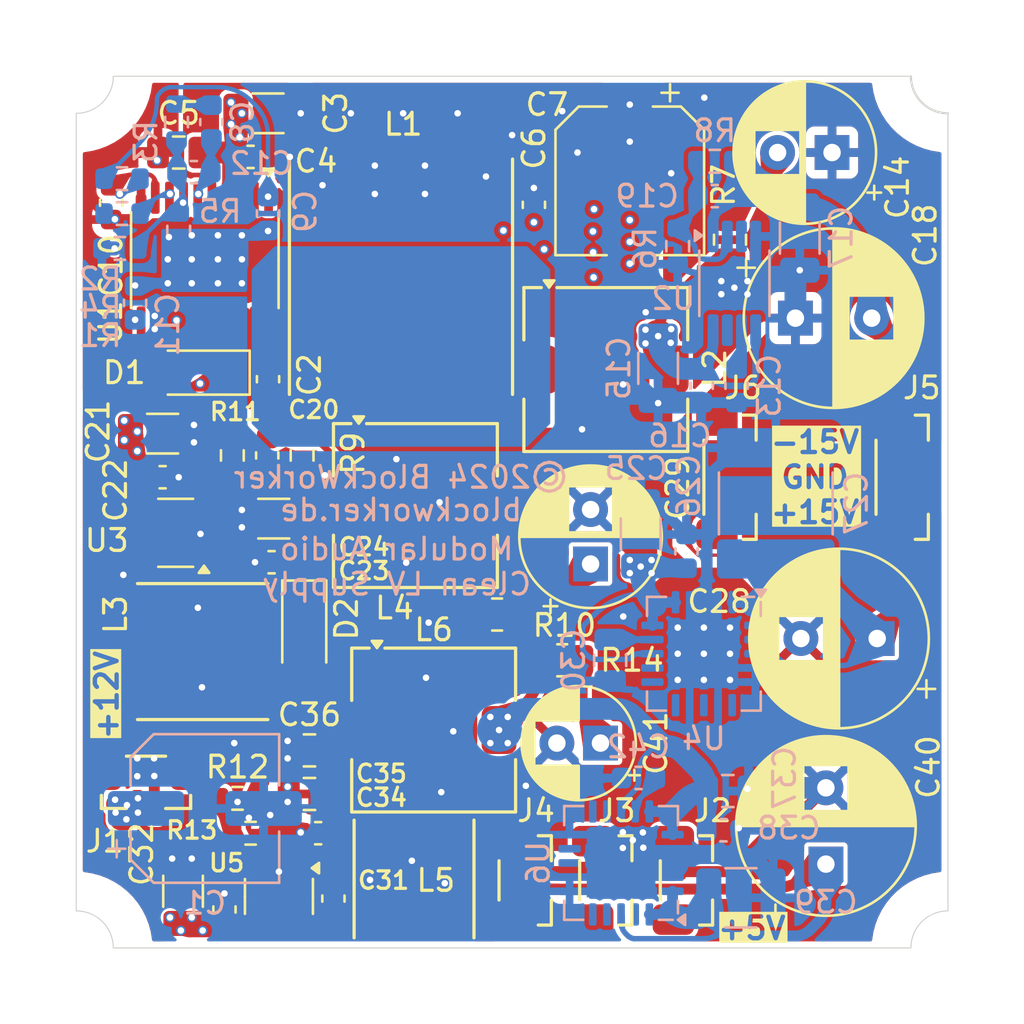
<source format=kicad_pcb>
(kicad_pcb (version 20240108) (generator "pcbnew") (generator_version "8.0")
  (layers (0 "F.Cu" signal) (1 "In1.Cu" signal) (2 "In2.Cu" signal) (31 "B.Cu" signal) (34 "B.Paste" user) (35 "F.Paste" user) (36 "B.SilkS" user "B.Silkscreen") (37 "F.SilkS" user "F.Silkscreen") (38 "B.Mask" user) (39 "F.Mask" user) (44 "Edge.Cuts" user))
  (net 0 "")
  (net 1 "/-15V Supply/-17V_SW")
  (net 2 "Net-(U1-VCC)")
  (net 3 "Net-(U1-RAMP)")
  (net 4 "Net-(U1-SS)")
  (net 5 "Net-(D1-K)")
  (net 6 "Net-(U1-BST)")
  (net 7 "Net-(C8-Pad2)")
  (net 8 "Net-(U1-COMP)")
  (net 9 "Net-(U1-FB)")
  (net 10 "Net-(U2-EN)")
  (net 11 "Net-(C14-Pad2)")
  (net 12 "Net-(U2-NR{slash}SS)")
  (net 13 "Net-(U2-FB)")
  (net 14 "Net-(D1-A)")
  (net 15 "Net-(U1-RT)")
  (net 18 "Net-(D2-K)")
  (net 19 "Net-(U3-FB)")
  (net 20 "Net-(U4-EN)")
  (net 21 "Net-(U4-NR)")
  (net 22 "Net-(U5-SW)")
  (net 23 "Net-(U5-CB)")
  (net 24 "/5V Supply/7V_SW")
  (net 25 "Net-(U6-EN)")
  (net 26 "Net-(U6-NR)")
  (net 27 "Net-(D2-A)")
  (net 28 "Net-(U5-FB)")
  (net 42 "GND")
  (net 43 "+12V")
  (net 44 "-15V")
  (net 45 "+15V")
  (net 46 "+5V")
  (net 47 "Net-(C29-Pad1)")
  (net 48 "Net-(C41-Pad1)")
  (footprint "Capacitor_SMD:C_1206_3216Metric" (layer "F.Cu") (at 133.9625 96.4)
    (property "Reference" "C21")
    (property "Value" "10µF 50V")
  )
  (footprint "BW_PassiveMechanical:L_Coilcraft_MSS7348-XXX-fixed" (layer "F.Cu") (at 146.4 110)
    (property "Reference" "L6")
    (property "Value" "1mH")
  )
  (footprint "Resistor_SMD:R_0603_1608Metric" (layer "F.Cu") (at 140.3625 97.4 -90)
    (property "Reference" "R9")
    (property "Value" "174kΩ")
  )
  (footprint "BW_PassiveMechanical:L_Coilcraft_MSS7348-XXX-fixed" (layer "F.Cu") (at 145.5625 99.7)
    (property "Reference" "L4")
    (property "Value" "1mH")
  )
  (footprint "Package_TO_SOT_SMD:SOT-23-6" (layer "F.Cu") (at 139.3 117.635 -90)
    (property "Reference" "U5")
    (property "Value" "LMR54406F")
  )
  (footprint "Capacitor_SMD:C_0805_2012Metric" (layer "F.Cu") (at 134.7 83.5 180)
    (property "Reference" "C5")
    (property "Value" "1µF 50Vl")
  )
  (footprint "Capacitor_SMD:CP_Elec_6.3x7.7" (layer "F.Cu") (at 155.4 84.8 -90)
    (property "Reference" "C7")
    (property "Value" "100µF 25V")
  )
  (footprint "BW_PassiveMechanical:L_Bourns_SRR4528A" (layer "F.Cu") (at 145.5 116.835 90)
    (property "Reference" "L5")
    (property "Value" "12µH")
  )
  (footprint "BW_Connectors:Amphenol_MINITEK_0.8_2P_V" (layer "F.Cu") (at 154.3 116.9 -90)
    (property "Reference" "J3")
    (property "Value" "5V")
  )
  (footprint "Capacitor_SMD:C_0603_1608Metric" (layer "F.Cu") (at 141.8 117.735 -90)
    (property "Reference" "C31")
    (property "Value" "0.1µF")
  )
  (footprint "Capacitor_SMD:C_0603_1608Metric" (layer "F.Cu") (at 138.8 93.9 -90)
    (property "Reference" "C2")
    (property "Value" "22nF")
  )
  (footprint "BW_Connectors:Amphenol_MINITEK_0.8_2P_V" (layer "F.Cu") (at 133.2 112.4 180)
    (property "Reference" "J1")
    (property "Value" "12VIN")
  )
  (footprint "Capacitor_SMD:C_1206_3216Metric" (layer "F.Cu") (at 138.8 81.7)
    (property "Reference" "C3")
    (property "Value" "10µF 50V")
  )
  (footprint "BW_PassiveMechanical:L_Abracon_ASPI-6045S" (layer "F.Cu") (at 135.8 106.4)
    (property "Reference" "L3")
    (property "Value" "12µH")
  )
  (footprint "Resistor_SMD:R_0603_1608Metric" (layer "F.Cu") (at 138 114.735)
    (property "Reference" "R13")
    (property "Value" "22.1kΩ")
  )
  (footprint "Capacitor_SMD:C_0603_1608Metric" (layer "F.Cu") (at 138.9625 102.3 180)
    (property "Reference" "C23")
    (property "Value" "0.1µF")
  )
  (footprint "BW_Connectors:Amphenol_MINITEK_0.8_2P_V" (layer "F.Cu") (at 158 116.9 -90)
    (property "Reference" "J2")
    (property "Value" "5V")
  )
  (footprint "BW_PassiveMechanical:L_Coilcraft_MSS7348-XXX-fixed" (layer "F.Cu") (at 154.3 93.4575)
    (property "Reference" "L2")
    (property "Value" "1mH")
  )
  (footprint "BW_Connectors:Amphenol_MINITEK_0.8_4P_V" (layer "F.Cu") (at 160 98.4 -90)
    (property "Reference" "J6")
    (property "Value" "+-15V")
  )
  (footprint "Capacitor_SMD:C_0603_1608Metric" (layer "F.Cu") (at 138 83.7)
    (property "Reference" "C4")
    (property "Value" "0.1µF")
  )
  (footprint "Capacitor_SMD:C_1206_3216Metric" (layer "F.Cu") (at 139.0625 100.3 180)
    (property "Reference" "C24")
    (property "Value" "10µF 50V")
  )
  (footprint "Capacitor_SMD:C_0603_1608Metric" (layer "F.Cu") (at 151 85.9 -90)
    (property "Reference" "C6")
    (property "Value" "1µF 25V")
  )
  (footprint "Package_SO:HTSSOP-20-1EP_4.4x6.5mm_P0.65mm_EP2.85x4mm" (layer "F.Cu") (at 135.9 88.4375 -90)
    (property "Reference" "U1")
    (property "Value" "LM25576")
  )
  (footprint "Package_TO_SOT_SMD:SOT-23-5" (layer "F.Cu") (at 134.5625 100.95 180)
    (property "Reference" "U3")
    (property "Value" "LMR64010XMF")
  )
  (footprint "Resistor_SMD:R_0805_2012Metric" (layer "F.Cu") (at 152.3 106.8)
    (property "Reference" "R14")
    (property "Value" "3.3Ω")
  )
  (footprint "Capacitor_SMD:C_0603_1608Metric" (layer "F.Cu") (at 136.8 118.235 90)
    (property "Reference" "C33" (hide yes))
    (property "Value" "0.1µF")
  )
  (footprint "Capacitor_THT:CP_Radial_D8.0mm_P3.50mm" (layer "F.Cu") (at 163 91.1)
    (property "Reference" "C18")
    (property "Value" "1mF 16V")
  )
  (footprint "BW_Connectors:Amphenol_MINITEK_0.8_4P_V" (layer "F.Cu") (at 167.9 98.4 -90)
    (property "Reference" "J5")
    (property "Value" "+-15V")
  )
  (footprint "BW_PassiveMechanical:L_KEMET_MPGV1D1054" (layer "F.Cu") (at 144.9 89.2 90)
    (property "Reference" "L1")
    (property "Value" "33µH")
  )
  (footprint "Diode_SMD:D_SMF" (layer "F.Cu") (at 135.6 93.6 180)
    (property "Reference" "D1")
    (property "Value" "SS1FN6")
  )
  (footprint "Resistor_SMD:R_0805_2012Metric" (layer "F.Cu") (at 160 87.5 -90)
    (property "Reference" "R7")
    (property "Value" "3.3Ω")
  )
  (footprint "Capacitor_SMD:C_0603_1608Metric" (layer "F.Cu") (at 141.1 114.735 180)
    (property "Reference" "C34")
    (property "Value" "0.1µF")
  )
  (footprint "Capacitor_SMD:C_1206_3216Metric" (layer "F.Cu") (at 134.9 117.4 90)
    (property "Reference" "C32")
    (property "Value" "10µF 50V")
  )
  (footprint "Resistor_SMD:R_0603_1608Metric" (layer "F.Cu") (at 137.4 113.135 180)
    (property "Reference" "R12")
    (property "Value" "169kΩ")
  )
  (footprint "Capacitor_SMD:C_0805_2012Metric" (layer "F.Cu") (at 140.7 110.935 180)
    (property "Reference" "C36")
    (property "Value" "10µF 50Vs")
  )
  (footprint "Resistor_SMD:R_0603_1608Metric" (layer "F.Cu") (at 137.1625 97.4 90)
    (property "Reference" "R11")
    (property "Value" "13.3kΩ")
  )
  (footprint "Capacitor_SMD:C_0805_2012Metric" (layer "F.Cu") (at 140.7 112.935 180)
    (property "Reference" "C35")
    (property "Value" "10µF 50Vs")
  )
  (footprint "Capacitor_THT:CP_Radial_D8.0mm_P3.50mm" (layer "F.Cu") (at 164.4 116.152651 90)
    (property "Reference" "C40")
    (property "Value" "1mF 10V")
  )
  (footprint "Capacitor_THT:CP_Radial_D5.0mm_P2.00mm" (layer "F.Cu") (at 154.055113 110.6 180)
    (property "Reference" "C41")
    (property "Value" "100µF 16V")
  )
  (footprint "Diode_SMD:D_SMF" (layer "F.Cu") (at 140.4625 105.5 -90)
    (property "Reference" "D2")
    (property "Value" "SS1FN6")
  )
  (footprint "Capacitor_THT:CP_Radial_D6.3mm_P2.50mm" (layer "F.Cu") (at 164.68238 83.5 180)
    (property "Reference" "C14")
    (property "Value" "100µF 25V")
  )
  (footprint "Capacitor_SMD:C_0603_1608Metric" (layer "F.Cu") (at 133.9625 98.4)
    (property "Reference" "C22")
    (property "Value" "0.1µF")
  )
  (footprint "Capacitor_THT:CP_Radial_D6.3mm_P2.50mm" (layer "F.Cu") (at 153.6 102.38238 90)
    (property "Reference" "C29")
    (property "Value" "100µF 25V")
  )
  (footprint "Capacitor_THT:CP_Radial_D8.0mm_P3.50mm" (layer "F.Cu") (at 166.752651 105.8 180)
    (property "Reference" "C28")
    (property "Value" "1mF 16V")
  )
  (footprint "Capacitor_SMD:C_0603_1608Metric" (layer "F.Cu") (at 131.6 85.8 -90)
    (property "Reference" "C10")
    (property "Value" "330pF")
  )
  (footprint "Resistor_SMD:R_0805_2012Metric" (layer "F.Cu") (at 149.3125 104.7)
    (property "Reference" "R10")
    (property "Value" "3.3Ω")
  )
  (footprint "BW_Connectors:Amphenol_MINITEK_0.8_2P_V" (layer "F.Cu") (at 150.6 116.9 -90)
    (property "Reference" "J4")
    (property "Value" "5V")
  )
  (footprint "Capacitor_SMD:C_0603_1608Metric" (layer "F.Cu") (at 138.7625 97.4 -90)
    (property "Reference" "C20")
    (property "Value" "120pF")
  )
  (footprint "Resistor_SMD:R_0603_1608Metric" (layer "B.Cu") (at 132 87.9)
    (property "Reference" "R1")
    (property "Value" "21kΩ")
  )
  (footprint "Resistor_SMD:R_0603_1608Metric" (layer "B.Cu") (at 134.7 87.1 -90)
    (property "Reference" "R5")
    (property "Value" "1.65kΩ")
  )
  (footprint "Capacitor_SMD:C_0603_1608Metric" (layer "B.Cu") (at 132.7 90.4 90)
    (property "Reference" "C11")
    (property "Value" "33nF")
  )
  (footprint "Capacitor_SMD:C_0603_1608Metric" (layer "B.Cu") (at 155.8 112.2 180)
    (property "Reference" "C42")
    (property "Value" "1µF 25V")
  )
  (footprint "Resistor_SMD:R_0603_1608Metric" (layer "B.Cu") (at 157.6 87.8 90)
    (property "Reference" "R6")
    (property "Value" "10kΩLN")
  )
  (footprint "Capacitor_SMD:C_1206_3216Metric" (layer "B.Cu") (at 156.7 93.4 90)
    (property "Reference" "C15")
    (property "Value" "10µF 50V")
  )
  (footprint "Package_DFN_QFN:Texas_RGW0020A_VQFN-20-1EP_5x5mm_P0.65mm_EP3.15x3.15mm" (layer "B.Cu") (at 158.8 106.5 180)
    (property "Reference" "U4")
    (property "Value" "TPS7A47")
  )
  (footprint "Capacitor_SMD:C_0805_2012Metric" (layer "B.Cu") (at 159.9 112.8)
    (property "Reference" "C37")
    (property "Value" "10µF 50Vs")
  )
  (footprint "Package_SO:HVSSOP-8-1EP_3x3mm_P0.65mm_EP1.57x1.89mm" (layer "B.Cu") (at 160.2 89.5 -90)
    (property "Reference" "U2")
    (property "Value" "TPS7A30")
  )
  (footprint "Capacitor_SMD:C_0603_1608Metric" (layer "B.Cu") (at 158 101.8 90)
    (property "Reference" "C26")
    (property "Value" "0.1µF")
  )
  (footprint "Resistor_SMD:R_0603_1608Metric" (layer "B.Cu") (at 132.1 84.7)
    (property "Reference" "R2")
    (property "Value" "118kΩ")
  )
  (footprint "Capacitor_SMD:C_2220_5750Metric" (layer "B.Cu") (at 162.1 99.6 90)
    (property "Reference" "C27")
    (property "Value" "47µF 25V")
  )
  (footprint "Resistor_SMD:R_0603_1608Metric" (layer "B.Cu") (at 132.1 86.3 180)
    (property "Reference" "R4")
    (property "Value" "3.09kΩ")
  )
  (footprint "Resistor_SMD:R_0603_1608Metric" (layer "B.Cu") (at 134.6 82.1 -90)
    (property "Reference" "R3")
    (property "Value" "80.6kΩ")
  )
  (footprint "BW_Logo:BW_Logo_12.5x8mm" (layer "B.Cu") (at 144.9 92.4 180)
    (property "Reference" "REF**" (hide yes))
    (property "Value" "BW_Logo_12.5x8mm" (hide yes))
  )
  (footprint "Capacitor_SMD:C_0603_1608Metric" (layer "B.Cu") (at 138.8 86.3 -90)
    (property "Reference" "C9")
    (property "Value" "1µF 25V")
  )
  (footprint "Capacitor_SMD:C_1206_3216Metric" (layer "B.Cu") (at 163.2 87.425 90)
    (property "Reference" "C17")
    (property "Value" "10µF 50V")
  )
  (footprint "Capacitor_SMD:CP_Elec_6.3x5.8" (layer "B.Cu") (at 135.9 113.6)
    (property "Reference" "C1")
    (property "Value" "100µF 16V")
  )
  (footprint "Capacitor_SMD:C_0603_1608Metric" (layer "B.Cu") (at 159.7 114.6)
    (property "Reference" "C38")
    (property "Value" "0.1µF")
  )
  (footprint "Resistor_SMD:R_0603_1608Metric" (layer "B.Cu") (at 159.3 83.9)
    (property "Reference" "R8")
    (property "Value" "118kΩLN")
  )
  (footprint "Capacitor_SMD:C_0603_1608Metric" (layer "B.Cu") (at 160.3 94.2 90)
    (property "Reference" "C13")
    (property "Value" "10nF")
  )
  (footprint "Capacitor_SMD:C_0603_1608Metric" (layer "B.Cu") (at 158.7 94.2 90)
    (property "Reference" "C16")
    (property "Value" "0.1µF")
  )
  (footprint "Package_DFN_QFN:Texas_RGW0020A_VQFN-20-1EP_5x5mm_P0.65mm_EP3.15x3.15mm" (layer "B.Cu") (at 155 116.1 90)
    (property "Reference" "U6")
    (property "Value" "TPS7A47")
  )
  (footprint "Capacitor_SMD:C_0603_1608Metric" (layer "B.Cu") (at 135.4 84.4)
    (property "Reference" "C12")
    (property "Value" "6.8pF")
  )
  (footprint "Capacitor_SMD:C_0603_1608Metric" (layer "B.Cu") (at 136.2 82.1 90)
    (property "Reference" "C8")
    (property "Value" "330pF")
  )
  (footprint "Capacitor_SMD:C_0603_1608Metric" (layer "B.Cu") (at 159.3 85.5)
    (property "Reference" "C19")
    (property "Value" "10nF")
  )
  (footprint "Capacitor_SMD:C_1210_3225Metric" (layer "B.Cu") (at 160.5 117.7)
    (property "Reference" "C39")
    (property "Value" "100µF 10V")
  )
  (footprint "Capacitor_SMD:C_1206_3216Metric" (layer "B.Cu") (at 155.9 101 90)
    (property "Reference" "C25")
    (property "Value" "10µF 50V")
  )
  (footprint "Capacitor_SMD:C_0805_2012Metric" (layer "B.Cu") (at 154.5 106.8 -90)
    (property "Reference" "C30")
    (property "Value" "1µF 50Vl")
  )
  (gr_arc (start 131.7 80) (mid 131.202082 81.202082) (end 130 81.7) (stroke (width 0.05)) (layer "Edge.Cuts"))
  (gr_line (start 170 118.3) (end 170 81.7) (stroke (width 0.05)) (layer "Edge.Cuts"))
  (gr_arc (start 170 81.7) (mid 168.797918 81.202082) (end 168.3 80) (stroke (width 0.1)) (layer "Edge.Cuts"))
  (gr_line (start 130 81.7) (end 130 118.3) (stroke (width 0.05)) (layer "Edge.Cuts"))
  (gr_arc (start 130 118.3) (mid 131.202082 118.797918) (end 131.7 120) (stroke (width 0.05)) (layer "Edge.Cuts"))
  (gr_arc (start 168.3 120) (mid 168.797918 118.797918) (end 170 118.3) (stroke (width 0.05)) (layer "Edge.Cuts"))
  (gr_line (start 131.7 120) (end 168.3 120) (stroke (width 0.05)) (layer "Edge.Cuts"))
  (gr_line (start 168.3 80) (end 131.7 80) (stroke (width 0.05)) (layer "Edge.Cuts"))
  (gr_text "Modular Audio\nClean LV Supply" (at 144.7 102.5 0) (layer "B.SilkS") (effects (font (size 1 1)) (justify mirror)))
  (gr_text "+5V" (at 161 119.1 0) (layer "F.SilkS" knockout) (effects (font (size 1 1) (thickness 0.2))))
  (gr_text "+12V" (at 131.4 108.4 90) (layer "F.SilkS" knockout) (effects (font (size 1 1) (thickness 0.2))))
  (gr_text "-15V\nGND\n+15V" (at 163.9 98.4 0) (layer "F.SilkS" knockout) (effects (font (size 1 1) (thickness 0.2))))
  (segment (start 134.6 90) (end 134.602468 89.916893) (width 1) (layer "F.Cu") (net 1))
  (segment (start 131.6 86.575) (end 132.814007 86.575) (width 0.5) (layer "F.Cu") (net 1))
  (segment (start 132.165685 83.5) (end 133.75 83.5) (width 0.5) (layer "F.Cu") (net 1))
  (segment (start 134.6 91.3) (end 134.275 91.3) (width 0.3) (layer "F.Cu") (net 1))
  (segment (start 134.6 91.2) (end 134.6 90) (width 1) (layer "F.Cu") (net 1))
  (segment (start 134.6 91.3) (end 134.6 91.2) (width 1) (layer "F.Cu") (net 1))
  (segment (start 132.975 85.575) (end 132.975 86.232538) (width 0.5) (layer "F.Cu") (net 1))
  (segment (start 155.2 89.9) (end 151.884684 93.215316) (width 0.8) (layer "F.Cu") (net 1))
  (segment (start 130.6 85.2) (end 130.6 84.824264) (width 0.5) (layer "F.Cu") (net 1))
  (segment (start 134.925 91.3) (end 134.6 91.3) (width 0.3) (layer "F.Cu") (net 1))
  (segment (start 155.6 87.982842) (end 155.6 88.934315) (width 0.8) (layer "F.Cu") (net 1))
  (segment (start 135.040422 88.859577) (end 135.1 88.8) (width 1) (layer "F.Cu") (net 1))
  (segment (start 135.763325 88.4375) (end 135.9 88.4375) (width 0.5) (layer "F.Cu") (net 1))
  (segment (start 130.9 84.1) (end 131.029289 83.970711) (width 0.5) (layer "F.Cu") (net 1))
  (segment (start 131.6 86.575) (end 130.865165 85.840165) (width 0.5) (layer "F.Cu") (net 1))
  (segment (start 135.153139 88.74686) (end 135.040422 88.859577) (width 1) (layer "F.Cu") (net 1))
  (via (at 151 86.7) (size 0.45) (drill 0.3) (layers "F.Cu" "B.Cu") (net 1))
  (via (at 153.72 88.08) (size 0.45) (drill 0.3) (layers "F.Cu" "B.Cu") (net 1))
  (via (at 151.47 87.94) (size 0.45) (drill 0.3) (layers "F.Cu" "B.Cu") (net 1))
  (via (at 137.6 88.4) (size 0.45) (drill 0.3) (layers "F.Cu" "B.Cu") (net 1))
  (via (at 153.76 86.1) (size 0.45) (drill 0.3) (layers "F.Cu" "B.Cu") (net 1))
  (via (at 136.5 87.3) (size 0.45) (drill 0.3) (layers "F.Cu" "B.Cu") (net 1))
  (via (at 135.68 94.1) (size 0.45) (drill 0.3) (layers "F.Cu" "B.Cu") (net 1))
  (via (at 134.2 89.5) (size 0.45) (drill 0.3) (layers "F.Cu" "B.Cu") (net 1))
  (via (at 155.4 87.6) (size 0.45) (drill 0.3) (layers "F.Cu" "B.Cu") (net 1))
  (via (at 131.77 86.56) (size 0.45) (drill 0.3) (layers "F.Cu" "B.Cu") (net 1))
  (via (at 132.7 89.6) (size 0.45) (drill 0.3) (layers "F.Cu" "B.Cu") (net 1))
  (via (at 155.4 88.6) (size 0.45) (drill 0.3) (layers "F.Cu" "B.Cu") (net 1))
  (via (at 136.5 88.4) (size 0.45) (drill 0.3) (layers "F.Cu" "B.Cu") (net 1))
  (via (at 135.3 87.3) (size 0.45) (drill 0.3) (layers "F.Cu" "B.Cu") (net 1))
  (via (at 136.5 89.5) (size 0.45) (drill 0.3) (layers "F.Cu" "B.Cu") (net 1))
  (via (at 134.25 87.38) (size 0.45) (drill 0.3) (layers "F.Cu" "B.Cu") (net 1))
  (via (at 153.74 89.23) (size 0.45) (drill 0.3) (layers "F.Cu" "B.Cu") (net 1))
  (via (at 135.3 89.5) (size 0.45) (drill 0.3) (layers "F.Cu" "B.Cu") (net 1))
  (via (at 133.71 83.86) (size 0.45) (drill 0.3) (layers "F.Cu" "B.Cu") (net 1))
  (via (at 138.8 87.1) (size 0.45) (drill 0.3) (layers "F.Cu" "B.Cu") (net 1))
  (via (at 155.4 86.6) (size 0.45) (drill 0.3) (layers "F.Cu" "B.Cu") (net 1))
  (via (at 137.6 89.5) (size 0.45) (drill 0.3) (layers "F.Cu" "B.Cu") (net 1))
  (via (at 135.3 88.4) (size 0.45) (drill 0.3) (layers "F.Cu" "B.Cu") (net 1))
  (via (at 153.71 87.12) (size 0.45) (drill 0.3) (layers "F.Cu" "B.Cu") (net 1))
  (via (at 134.2 88.4) (size 0.45) (drill 0.3) (layers "F.Cu" "B.Cu") (net 1))
  (via (at 149.6 87.08) (size 0.45) (drill 0.3) (layers "F.Cu" "B.Cu") (net 1))
  (via (at 134.6 91.2) (size 0.45) (drill 0.3) (layers "F.Cu" "B.Cu") (net 1))
  (via (at 137.6 87.3) (size 0.45) (drill 0.3) (layers "F.Cu" "B.Cu") (net 1))
  (arc (start 155.4 87.5) (mid 155.548021 87.72153) (end 155.6 87.982842) (width 0.8) (layer "F.Cu") (net 1))
  (arc (start 132.975 86.232538) (mid 133.111443 86.918483) (end 133.5 87.5) (width 0.5) (layer "F.Cu") (net 1))
  (arc (start 130.6 84.824264) (mid 130.677967 84.432296) (end 130.9 84.1) (width 0.5) (layer "F.Cu") (net 1))
  (arc (start 151.884684 93.215316) (mid 151.616428 93.394558) (end 151.3 93.4575) (width 0.8) (layer "F.Cu") (net 1))
  (arc (start 133.5 87.5) (mid 134.538422 88.193852) (end 135.3 88.4) (width 0.5) (layer "F.Cu") (net 1))
  (arc (start 130.865165 85.840165) (mid 130.668914 85.546455) (end 130.6 85.2) (width 0.5) (layer "F.Cu") (net 1))
  (arc (start 155.6 88.934315) (mid 155.496043 89.45694) (end 155.2 89.9) (width 0.8) (layer "F.Cu") (net 1))
  (arc (start 131.029289 83.970711) (mid 131.550672 83.622334) (end 132.165685 83.5) (width 0.5) (layer "F.Cu") (net 1))
  (arc (start 134.602468 89.916893) (mid 134.716289 89.344678) (end 135.040422 88.859577) (width 1) (layer "F.Cu") (net 1))
  (arc (start 135.9 88.4375) (mid 135.495802 88.5179) (end 136.5 88.4) (width 1) (layer "F.Cu") (net 1))
  (arc (start 132.814007 86.575) (mid 132.911999 86.555508) (end 132.995073 86.5) (width 0.5) (layer "F.Cu") (net 1))
  (arc (start 135.3 88.4) (mid 134.538422 88.193852) (end 135.763325 88.4375) (width 0.5) (layer "F.Cu") (net 1))
  (arc (start 136.5 88.4) (mid 135.495802 88.5179) (end 135.153139 88.74686) (width 1) (layer "F.Cu") (net 1))
  (segment (start 132.941421 89.5) (end 134.2 89.5) (width 0.5) (layer "B.Cu") (net 1))
  (segment (start 138.317158 87.3) (end 137.6 87.3) (width 0.5) (layer "B.Cu") (net 1))
  (arc (start 132.7 89.6) (mid 132.810765 89.525989) (end 132.941421 89.5) (width 0.5) (layer "B.Cu") (net 1))
  (arc (start 138.8 87.1) (mid 138.57847 87.248022) (end 138.317158 87.3) (width 0.5) (layer "B.Cu") (net 1))
  (segment (start 138.825 85.575) (end 138.817678 85.567678) (width 0.2) (layer "F.Cu") (net 2))
  (via (at 138.8 85.525) (size 0.45) (drill 0.3) (layers "F.Cu" "B.Cu") (net 2))
  (arc (start 138.817678 85.567678) (mid 138.804594 85.548097) (end 138.8 85.525) (width 0.2) (layer "F.Cu") (net 2))
  (segment (start 136.5 80.5) (end 134.382842 80.5) (width 0.2) (layer "B.Cu") (net 2))
  (segment (start 138.2 81.3) (end 138.036397 81.136397) (width 0.2) (layer "B.Cu") (net 2))
  (segment (start 133.9 80.7) (end 133.841422 80.758578) (width 0.2) (layer "B.Cu") (net 2))
  (segment (start 138.8 85.525) (end 138.8 82.748528) (width 0.2) (layer "B.Cu") (net 2))
  (segment (start 132.86915 83.105851) (end 131.275 84.7) (width 0.2) (layer "B.Cu") (net 2))
  (arc (start 133.7 81.1) (mid 133.484069 82.185558) (end 132.86915 83.105851) (width 0.2) (layer "B.Cu") (net 2))
  (arc (start 134.382842 80.5) (mid 134.12153 80.551978) (end 133.9 80.7) (width 0.2) (layer "B.Cu") (net 2))
  (arc (start 138.036397 81.136397) (mid 137.331492 80.665394) (end 136.5 80.5) (width 0.2) (layer "B.Cu") (net 2))
  (arc (start 138.8 82.748528) (mid 138.644065 81.96459) (end 138.2 81.3) (width 0.2) (layer "B.Cu") (net 2))
  (arc (start 133.841422 80.758578) (mid 133.736755 80.915223) (end 133.7 81.1) (width 0.2) (layer "B.Cu") (net 2))
  (segment (start 133.625 84.850238) (end 133.625 85.575) (width 0.2) (layer "F.Cu") (net 3))
  (segment (start 132.7 84.5) (end 133.258579 84.5) (width 0.2) (layer "F.Cu") (net 3))
  (segment (start 131.786611 85.211611) (end 131.957322 85.382322) (width 0.15) (layer "F.Cu") (net 3))
  (segment (start 131.6 85.025) (end 131.718414 84.906586) (width 0.15) (layer "F.Cu") (net 3))
  (segment (start 131.6 85.025) (end 131.786611 85.211611) (width 0.15) (layer "F.Cu") (net 3))
  (segment (start 133.5 84.6) (end 133.538269 84.640851) (width 0.2) (layer "F.Cu") (net 3))
  (via (at 132 85.4) (size 0.45) (drill 0.3) (layers "F.Cu" "B.Cu") (net 3))
  (arc (start 131.957322 85.382322) (mid 131.976903 85.395405) (end 132 85.4) (width 0.15) (layer "F.Cu") (net 3))
  (arc (start 133.258579 84.5) (mid 133.389235 84.525989) (end 133.5 84.6) (width 0.2) (layer "F.Cu") (net 3))
  (arc (start 131.718414 84.906586) (mid 132.168769 84.605668) (end 132.7 84.5) (width 0.2) (layer "F.Cu") (net 3))
  (arc (start 133.538269 84.640851) (mid 133.602459 84.736919) (end 133.625 84.850238) (width 0.2) (layer "F.Cu") (net 3))
  (segment (start 132 85.4) (end 132.058579 85.4) (width 0.15) (layer "B.Cu") (net 3))
  (segment (start 132.342678 85.282323) (end 132.925 84.7) (width 0.15) (layer "B.Cu") (net 3))
  (arc (start 132.058579 85.4) (mid 132.212332 85.369417) (end 132.342678 85.282323) (width 0.15) (layer "B.Cu") (net 3))
  (segment (start 132.975 91.3) (end 132.903563 91.297009) (width 0.2) (layer "F.Cu") (net 4))
  (segment (start 132.764341 91.239342) (end 132.7 91.175) (width 0.2) (layer "F.Cu") (net 4))
  (via (at 132.7 91.175) (size 0.45) (drill 0.3) (layers "F.Cu" "B.Cu") (net 4))
  (arc (start 132.903563 91.297009) (mid 132.828217 91.282022) (end 132.764341 91.239342) (width 0.2) (layer "F.Cu") (net 4))
  (segment (start 137.403983 93.242665) (end 137.403983 92.3) (width 1.5) (layer "F.Cu") (net 5))
  (segment (start 137.403983 92.3) (end 137.405755 92.298228) (width 1.5) (layer "F.Cu") (net 5))
  (segment (start 142.566663 94.675) (end 138.8 94.675) (width 1.5) (layer "F.Cu") (net 5))
  (segment (start 137.138443 93.508205) (end 137.403983 93.242665) (width 1.5) (layer "F.Cu") (net 5))
  (segment (start 138.175 91.3) (end 137.525 91.3) (width 0.3) (layer "F.Cu") (net 5))
  (segment (start 137.405755 92.298228) (end 137.405755 91.537998) (width 1.5) (layer "F.Cu") (net 5))
  (segment (start 137.647703 94.197703) (end 137.05 93.6) (width 1.5) (layer "F.Cu") (net 5))
  (segment (start 137.05 93.6) (end 137.138443 93.508205) (width 1.5) (layer "F.Cu") (net 5))
  (segment (start 137.525 91.3) (end 136.875 91.3) (width 0.3) (layer "F.Cu") (net 5))
  (arc (start 137.405755 91.537998) (mid 137.44659 91.409416) (end 137.525 91.3) (width 1.5) (layer "F.Cu") (net 5))
  (arc (start 138.8 94.675) (mid 138.176381 94.550955) (end 137.647703 94.197703) (width 1.5) (layer "F.Cu") (net 5))
  (arc (start 144.9 93.7085) (mid 143.829456 94.423815) (end 142.566663 94.675) (width 1.5) (layer "F.Cu") (net 5))
  (segment (start 138.825 91.3) (end 138.825 93.064645) (width 0.2) (layer "F.Cu") (net 6))
  (arc (start 138.825 93.064645) (mid 138.818502 93.097309) (end 138.8 93.125) (width 0.2) (layer "F.Cu") (net 6))
  (segment (start 134.6 81.275) (end 136.07929 81.275) (width 0.2) (layer "B.Cu") (net 7))
  (arc (start 136.07929 81.275) (mid 136.144617 81.287995) (end 136.2 81.325) (width 0.2) (layer "B.Cu") (net 7))
  (segment (start 135.575 85.575) (end 135.586312 85.56253) (width 0.2) (layer "F.Cu") (net 8))
  (segment (start 135.6 85.529485) (end 135.6 85.4) (width 0.2) (layer "F.Cu") (net 8))
  (via (at 135.6 85.4) (size 0.45) (drill 0.3) (layers "F.Cu" "B.Cu") (net 8))
  (arc (start 135.586312 85.56253) (mid 135.596443 85.547369) (end 135.6 85.529485) (width 0.2) (layer "F.Cu") (net 8))
  (segment (start 135.6 85.4) (end 135.598006 85.352375) (width 0.2) (layer "B.Cu") (net 8))
  (segment (start 135.86344 84.711559) (end 136.175 84.4) (width 0.2) (layer "B.Cu") (net 8))
  (segment (start 136.175 84.4) (end 136.175 82.935355) (width 0.2) (layer "B.Cu") (net 8))
  (arc (start 135.598006 85.352375) (mid 135.66699 85.005568) (end 135.86344 84.711559) (width 0.2) (layer "B.Cu") (net 8))
  (arc (start 136.175 82.935355) (mid 136.181497 82.902691) (end 136.2 82.875) (width 0.2) (layer "B.Cu") (net 8))
  (segment (start 134.9 85.620515) (end 134.9 85.8) (width 0.2) (layer "F.Cu") (net 9))
  (segment (start 134.925 85.575) (end 134.913688 85.58747) (width 0.2) (layer "F.Cu") (net 9))
  (via (at 134.9 85.8) (size 0.45) (drill 0.3) (layers "F.Cu" "B.Cu") (net 9))
  (arc (start 134.913688 85.58747) (mid 134.903558 85.602631) (end 134.9 85.620515) (width 0.2) (layer "F.Cu") (net 9))
  (segment (start 134.7 86.275) (end 134.705545 86.269455) (width 0.2) (layer "B.Cu") (net 9))
  (segment (start 134.625 84.4) (end 134.625 82.985355) (width 0.2) (layer "B.Cu") (net 9))
  (segment (start 133.769627 86.660373) (end 133.033597 87.396403) (width 0.2) (layer "B.Cu") (net 9))
  (segment (start 134.9 85.063908) (end 134.9 85.8) (width 0.2) (layer "B.Cu") (net 9))
  (arc (start 134.7 86.275) (mid 134.196486 86.375155) (end 133.769627 86.660373) (width 0.2) (layer "B.Cu") (net 9))
  (arc (start 133.033597 87.396403) (mid 132.879213 87.627455) (end 132.825 87.9) (width 0.2) (layer "B.Cu") (net 9))
  (arc (start 134.625 82.985355) (mid 134.618503 82.952691) (end 134.6 82.925) (width 0.2) (layer "B.Cu") (net 9))
  (arc (start 134.625 84.4) (mid 134.82853 84.704604) (end 134.9 85.063908) (width 0.2) (layer "B.Cu") (net 9))
  (arc (start 134.705545 86.269455) (mid 134.849463 86.054067) (end 134.9 85.8) (width 0.2) (layer "B.Cu") (net 9))
  (segment (start 158.43 89.26) (end 157.361145 90.328855) (width 0.5) (layer "F.Cu") (net 10))
  (segment (start 158.766616 88.923385) (end 158.43 89.26) (width 0.5) (layer "F.Cu") (net 10))
  (segment (start 156.7 92.008972) (end 156.7 91.925) (width 1.5) (layer "F.Cu") (net 10))
  (segment (start 159.872908 88.4125) (end 160 88.4125) (width 0.5) (layer "F.Cu") (net 10))
  (via (at 157.3 91.6) (size 0.45) (drill 0.3) (layers "F.Cu" "B.Cu") (net 10))
  (via (at 156.12 92.259003) (size 0.45) (drill 0.3) (layers "F.Cu" "B.Cu") (net 10))
  (via (at 156.12 91.63) (size 0.45) (drill 0.3) (layers "F.Cu" "B.Cu") (net 10))
  (via (at 156.7 91.925) (size 0.45) (drill 0.3) (layers "F.Cu" "B.Cu") (net 10))
  (via (at 157.28 92.23) (size 0.45) (drill 0.3) (layers "F.Cu" "B.Cu") (net 10))
  (arc (start 160 88.4125) (mid 159.332497 88.545275) (end 158.766616 88.923385) (width 0.5) (layer "F.Cu") (net 10))
  (arc (start 157.361145 90.328855) (mid 156.871826 91.061172) (end 156.7 91.925) (width 0.5) (layer "F.Cu") (net 10))
  (arc (start 157.3 93.4575) (mid 156.855935 92.79291) (end 156.7 92.008972) (width 1.5) (layer "F.Cu") (net 10))
  (segment (start 159.028916 93.753916) (end 158.7 93.425) (width 0.3) (layer "B.Cu") (net 10))
  (segment (start 157.03 92.89) (end 157.324644 93.184644) (width 1) (layer "B.Cu") (net 10))
  (segment (start 160.677868 94.21) (end 160.13 94.21) (width 0.3) (layer "B.Cu") (net 10))
  (segment (start 156.7 91.925) (end 156.7 92.09331) (width 1) (layer "B.Cu") (net 10))
  (segment (start 161.175 91.65) (end 161.175 93.734082) (width 0.3) (layer "B.Cu") (net 10))
  (segment (start 157.904914 93.425) (end 158.7 93.425) (width 1) (layer "B.Cu") (net 10))
  (segment (start 159.225 91.65) (end 159.225 92.157538) (width 0.5) (layer "B.Cu") (net 10))
  (arc (start 156.7 92.09331) (mid 156.785764 92.524475) (end 157.03 92.89) (width 1) (layer "B.Cu") (net 10))
  (arc (start 159.225 92.157538) (mid 159.088557 92.843483) (end 158.7 93.425) (width 0.5) (layer "B.Cu") (net 10))
  (arc (start 157.324644 93.184644) (mid 157.590874 93.362533) (end 157.904914 93.425) (width 1) (layer "B.Cu") (net 10))
  (arc (start 160.13 94.21) (mid 159.534098 94.091468) (end 159.028916 93.753916) (width 0.3) (layer "B.Cu") (net 10))
  (arc (start 161.04 94.06) (mid 160.873852 94.171017) (end 160.677868 94.21) (width 0.3) (layer "B.Cu") (net 10))
  (arc (start 161.175 93.734082) (mid 161.139914 93.910468) (end 161.04 94.06) (width 0.3) (layer "B.Cu") (net 10))
  (segment (start 160 86.5875) (end 161.542363 85.045137) (width 0.5) (layer "F.Cu") (net 11))
  (arc (start 161.542363 85.045137) (mid 162.016045 84.336222) (end 162.18238 83.5) (width 0.5) (layer "F.Cu") (net 11))
  (segment (start 160.525 91.65) (end 160.525 92.881802) (width 0.5) (layer "B.Cu") (net 12))
  (arc (start 160.525 92.881802) (mid 160.466524 93.175779) (end 160.3 93.425) (width 0.5) (layer "B.Cu") (net 12))
  (segment (start 158.525 84.02071) (end 158.525 85.5) (width 0.3) (layer "B.Cu") (net 13))
  (segment (start 158.541421 88.211422) (end 158.61 88.28) (width 0.25) (layer "B.Cu") (net 13))
  (segment (start 157.86 87.26) (end 158.350502 87.750502) (width 0.25) (layer "B.Cu") (net 13))
  (segment (start 158.899705 88.4) (end 159.340295 88.4) (width 0.25) (layer "B.Cu") (net 13))
  (segment (start 157.6 86.975) (end 158.136091 86.438909) (width 0.25) (layer "B.Cu") (net 13))
  (segment (start 159.875 87.688518) (end 159.875 87.35) (width 0.25) (layer "B.Cu") (net 13))
  (segment (start 157.617678 87.017677) (end 157.86 87.26) (width 0.25) (layer "B.Cu") (net 13))
  (arc (start 158.136091 86.438909) (mid 158.423926 86.008134) (end 158.525 85.5) (width 0.25) (layer "B.Cu") (net 13))
  (arc (start 158.61 88.28) (mid 158.742918 88.368813) (end 158.899705 88.4) (width 0.25) (layer "B.Cu") (net 13))
  (arc (start 157.6 86.975) (mid 157.604594 86.998097) (end 157.617678 87.017677) (width 0.25) (layer "B.Cu") (net 13))
  (arc (start 159.340295 88.4) (mid 159.497082 88.368813) (end 159.63 88.28) (width 0.25) (layer "B.Cu") (net 13))
  (arc (start 158.475 83.9) (mid 158.512005 83.955382) (end 158.525 84.02071) (width 0.3) (layer "B.Cu") (net 13))
  (arc (start 158.4 87.87) (mid 158.436754 88.054776) (end 158.541421 88.211422) (width 0.25) (layer "B.Cu") (net 13))
  (arc (start 158.350502 87.750502) (mid 158.387136 87.805328) (end 158.4 87.87) (width 0.25) (layer "B.Cu") (net 13))
  (arc (start 159.63 88.28) (mid 159.811327 88.008626) (end 159.875 87.688518) (width 0.25) (layer "B.Cu") (net 13))
  (segment (start 135.9 92.034315) (end 135.9 91.3) (width 1) (layer "F.Cu") (net 14))
  (segment (start 135.9 91.3) (end 135.575 91.3) (width 0.3) (layer "F.Cu") (net 14))
  (segment (start 136.225 91.3) (end 135.9 91.3) (width 0.3) (layer "F.Cu") (net 14))
  (segment (start 135.43033 93.06967) (end 135.5 93) (width 1) (layer "F.Cu") (net 14))
  (arc (start 135.5 93) (mid 135.796044 92.55694) (end 135.9 92.034315) (width 1) (layer "F.Cu") (net 14))
  (arc (start 134.15 93.6) (mid 134.84291 93.462172) (end 135.43033 93.06967) (width 1) (layer "F.Cu") (net 14))
  (segment (start 134.275 85.575) (end 134.286312 85.56253) (width 0.2) (layer "F.Cu") (net 15))
  (segment (start 134.3 85.529485) (end 134.3 85.4) (width 0.2) (layer "F.Cu") (net 15))
  (via (at 134.3 85.4) (size 0.45) (drill 0.3) (layers "F.Cu" "B.Cu") (net 15))
  (arc (start 134.286312 85.56253) (mid 134.296443 85.547369) (end 134.3 85.529485) (width 0.2) (layer "F.Cu") (net 15))
  (segment (start 133.489125 85.735876) (end 132.925 86.3) (width 0.2) (layer "B.Cu") (net 15))
  (arc (start 134.3 85.4) (mid 133.861157 85.487291) (end 133.489125 85.735876) (width 0.2) (layer "B.Cu") (net 15))
  (segment (start 142.5625 99.578828) (end 142.5625 99.7) (width 0.3) (layer "F.Cu") (net 18))
  (segment (start 142.5625 99.7) (end 141.986028 99.7) (width 1) (layer "F.Cu") (net 18))
  (segment (start 140.405026 100.432473) (end 140.5375 100.3) (width 1) (layer "F.Cu") (net 18))
  (segment (start 140.4625 104.05) (end 140.462285 104.049785) (width 1) (layer "F.Cu") (net 18))
  (segment (start 139.7375 102.3) (end 139.7375 102.044025) (width 1) (layer "F.Cu") (net 18))
  (segment (start 138.88321 96.575) (end 140.3625 96.575) (width 0.3) (layer "F.Cu") (net 18))
  (segment (start 141.373961 96.993961) (end 141.575147 97.195147) (width 0.3) (layer "F.Cu") (net 18))
  (arc (start 140.462285 104.049785) (mid 139.925865 103.246977) (end 139.7375 102.3) (width 1) (layer "F.Cu") (net 18))
  (arc (start 141.986028 99.7) (mid 141.202091 99.855935) (end 140.5375 100.3) (width 1) (layer "F.Cu") (net 18))
  (arc (start 141.575147 97.195147) (mid 142.305895 98.288789) (end 142.5625 99.578828) (width 0.3) (layer "F.Cu") (net 18))
  (arc (start 139.7375 102.044025) (mid 139.910984 101.17186) (end 140.405026 100.432473) (width 1) (layer "F.Cu") (net 18))
  (arc (start 138.7625 96.625) (mid 138.817882 96.587995) (end 138.88321 96.575) (width 0.3) (layer "F.Cu") (net 18))
  (arc (start 140.3625 96.575) (mid 140.909899 96.683884) (end 141.373961 96.993961) (width 0.3) (layer "F.Cu") (net 18))
  (segment (start 136.23 98.82) (end 136.586351 98.463649) (width 0.3) (layer "F.Cu") (net 19))
  (segment (start 140.24179 98.175) (end 138.7625 98.175) (width 0.3) (layer "F.Cu") (net 19))
  (segment (start 137.28321 98.175) (end 138.7625 98.175) (width 0.3) (layer "F.Cu") (net 19))
  (segment (start 136.159619 98.89038) (end 136.23 98.82) (width 0.3) (layer "F.Cu") (net 19))
  (arc (start 135.7 100) (mid 135.819451 99.399478) (end 136.159619 98.89038) (width 0.3) (layer "F.Cu") (net 19))
  (arc (start 140.3625 98.225) (mid 140.307118 98.187994) (end 140.24179 98.175) (width 0.3) (layer "F.Cu") (net 19))
  (arc (start 136.586351 98.463649) (mid 136.85069 98.287023) (end 137.1625 98.225) (width 0.3) (layer "F.Cu") (net 19))
  (arc (start 137.1625 98.225) (mid 137.217882 98.187995) (end 137.28321 98.175) (width 0.3) (layer "F.Cu") (net 19))
  (segment (start 148.4 104.7) (end 148.4 100.092309) (width 0.5) (layer "F.Cu") (net 20))
  (segment (start 152.014825 101.13) (end 153.95 101.13) (width 0.5) (layer "F.Cu") (net 20))
  (segment (start 153.95 101.13) (end 155.11331 101.13) (width 0.5) (layer "F.Cu") (net 20))
  (segment (start 155.91 101.46) (end 155.91 102.44) (width 1.5) (layer "F.Cu") (net 20))
  (via (at 155.9 102.5) (size 0.45) (drill 0.3) (layers "F.Cu" "B.Cu") (net 20))
  (via (at 156.4 102.2) (size 0.45) (drill 0.3) (layers "F.Cu" "B.Cu") (net 20))
  (via (at 155.4 102.8) (size 0.45) (drill 0.3) (layers "F.Cu" "B.Cu") (net 20))
  (via (at 155.4 102.2) (size 0.45) (drill 0.3) (layers "F.Cu" "B.Cu") (net 20))
  (via (at 156.4 102.8) (size 0.45) (drill 0.3) (layers "F.Cu" "B.Cu") (net 20))
  (arc (start 148.4 100.092309) (mid 148.442232 99.879993) (end 148.5625 99.7) (width 0.5) (layer "F.Cu") (net 20))
  (arc (start 148.5625 99.7) (mid 150.14644 100.758355) (end 152.014825 101.13) (width 0.5) (layer "F.Cu") (net 20))
  (arc (start 155.11331 101.13) (mid 155.544475 101.215764) (end 155.91 101.46) (width 0.5) (layer "F.Cu") (net 20))
  (segment (start 155.54 106.6) (end 155.510234 106.627391) (width 0.25) (layer "B.Cu") (net 20))
  (segment (start 158 102.575) (end 156.141421 102.575) (width 0.8) (layer "B.Cu") (net 20))
  (segment (start 156.4375 105.2) (end 156.4375 104.668167) (width 0.5) (layer "B.Cu") (net 20))
  (segment (start 155.9 102.634193) (end 155.9 102.475) (width 1) (layer "B.Cu") (net 20))
  (segment (start 156.4375 106.5) (end 155.781421 106.5) (width 0.25) (layer "B.Cu") (net 20))
  (segment (start 153.23 106.207574) (end 153.23 105.433847) (width 0.25) (layer "B.Cu") (net 20))
  (segment (start 153.42201 106.55201) (end 153.337782 106.467782) (width 0.25) (layer "B.Cu") (net 20))
  (segment (start 155.190088 106.76) (end 153.924142 106.76) (width 0.25) (layer "B.Cu") (net 20))
  (segment (start 153.36 105.12) (end 153.746154 104.733846) (width 0.25) (layer "B.Cu") (net 20))
  (segment (start 156.982309 104.1375) (end 157.5 104.1375) (width 0.5) (layer "B.Cu") (net 20))
  (arc (start 153.746154 104.733846) (mid 154.858336 103.990709) (end 156.170246 103.729754) (width 0.25) (layer "B.Cu") (net 20))
  (arc (start 153.337782 106.467782) (mid 153.258011 106.348398) (end 153.23 106.207574) (width 0.25) (layer "B.Cu") (net 20))
  (arc (start 153.924142 106.76) (mid 153.65239 106.705945) (end 153.42201 106.55201) (width 0.25) (layer "B.Cu") (net 20))
  (arc (start 153.23 105.433847) (mid 153.263786 105.263994) (end 153.36 105.12) (width 0.25) (layer "B.Cu") (net 20))
  (arc (start 156.59 104.3) (mid 156.079325 103.535722) (end 155.9 102.634193) (width 1) (layer "B.Cu") (net 20))
  (arc (start 155.510234 106.627391) (mid 155.36335 106.725536) (end 155.190088 106.76) (width 0.25) (layer "B.Cu") (net 20))
  (arc (start 155.781421 106.5) (mid 155.650765 106.525989) (end 155.54 106.6) (width 0.25) (layer "B.Cu") (net 20))
  (arc (start 156.4375 104.668167) (mid 156.477133 104.468917) (end 156.59 104.3) (width 0.5) (layer "B.Cu") (net 20))
  (arc (start 156.59 104.3) (mid 156.769993 104.179733) (end 156.982309 104.1375) (width 0.5) (layer "B.Cu") (net 20))
  (arc (start 156.141421 102.575) (mid 156.010765 102.549011) (end 155.9 102.475) (width 0.8) (layer "B.Cu") (net 20))
  (segment (start 156.4375 105.85) (end 154.5 105.85) (width 0.3) (layer "B.Cu") (net 21))
  (segment (start 140.25 118.7725) (end 140.373965 118.7725) (width 0.65) (layer "F.Cu") (net 22))
  (segment (start 141.8 118.51) (end 141.007695 118.51) (width 1) (layer "F.Cu") (net 22))
  (segment (start 145.5 119.285) (end 145.011015 119.285) (width 0.25) (layer "F.Cu") (net 22))
  (segment (start 141.8 118.51) (end 143.14 118.51) (width 1) (layer "F.Cu") (net 22))
  (segment (start 140.373965 118.7725) (end 140.38 118.77) (width 0.65) (layer "F.Cu") (net 22))
  (arc (start 141.007695 118.51) (mid 140.667989 118.577572) (end 140.38 118.77) (width 1) (layer "F.Cu") (net 22))
  (arc (start 145.011015 119.285) (mid 143.998429 119.083584) (end 143.14 118.51) (width 0.25) (layer "F.Cu") (net 22))
  (segment (start 140.683427 116.4975) (end 140.25 116.4975) (width 0.3) (layer "F.Cu") (net 23))
  (arc (start 141.8 116.96) (mid 141.287712 116.6177) (end 140.683427 116.4975) (width 0.3) (layer "F.Cu") (net 23))
  (segment (start 145.5 114.385) (end 143.882903 114.385) (width 0.25) (layer "F.Cu") (net 24))
  (segment (start 141.875 114.735) (end 143.037929 114.735) (width 1) (layer "F.Cu") (net 24))
  (segment (start 140.95 110.1) (end 141.55454 110.70454) (width 0.3) (layer "F.Cu") (net 24))
  (segment (start 143.037929 114.735) (end 143.05 114.73) (width 1) (layer "F.Cu") (net 24))
  (segment (start 141.65 110.935) (end 141.65 112.935) (width 1) (layer "F.Cu") (net 24))
  (segment (start 142.008708 110.576292) (end 141.65 110.935) (width 1) (layer "F.Cu") (net 24))
  (segment (start 141.65 112.935) (end 141.65 114.191802) (width 1) (layer "F.Cu") (net 24))
  (segment (start 138.225 113.135) (end 138.225 111.393319) (width 0.3) (layer "F.Cu") (net 24))
  (segment (start 139.705685 109.75) (end 140.105026 109.75) (width 0.3) (layer "F.Cu") (net 24))
  (arc (start 143.882903 114.385) (mid 143.432139 114.474662) (end 143.05 114.73) (width 0.25) (layer "F.Cu") (net 24))
  (arc (start 141.55454 110.70454) (mid 141.625191 110.810276) (end 141.65 110.935) (width 0.3) (layer "F.Cu") (net 24))
  (arc (start 138.225 111.393319) (mid 138.358844 110.72044) (end 138.74 110.15) (width 0.3) (layer "F.Cu") (net 24))
  (arc (start 138.74 110.15) (mid 139.18306 109.853957) (end 139.705685 109.75) (width 0.3) (layer "F.Cu") (net 24))
  (arc (start 140.105026 109.75) (mid 140.562322 109.840962) (end 140.95 110.1) (width 0.3) (layer "F.Cu") (net 24))
  (arc (start 141.65 114.191802) (mid 141.708476 114.485778) (end 141.875 114.735) (width 1) (layer "F.Cu") (net 24))
  (arc (start 143.4 110) (mid 142.647038 110.149773) (end 142.008708 110.576292) (width 1) (layer "F.Cu") (net 24))
  (segment (start 150.530133 108.869867) (end 149.4 110) (width 0.5) (layer "F.Cu") (net 25))
  (via (at 149.8 110.6) (size 0.45) (drill 0.3) (layers "F.Cu" "B.Cu") (net 25))
  (via (at 149 110.6) (size 0.45) (drill 0.3) (layers "F.Cu" "B.Cu") (net 25))
  (via (at 149 109.4) (size 0.45) (drill 0.3) (layers "F.Cu" "B.Cu") (net 25))
  (via (at 149.8 109.4) (size 0.45) (drill 0.3) (layers "F.Cu" "B.Cu") (net 25))
  (via (at 149.4 110) (size 0.45) (drill 0.3) (layers "F.Cu" "B.Cu") (net 25))
  (arc (start 151.3875 106.8) (mid 151.164678 107.920204) (end 150.530133 108.869867) (width 0.5) (layer "F.Cu") (net 25))
  (segment (start 157.3625 114.277184) (end 157.3625 114.8) (width 0.5) (layer "B.Cu") (net 25))
  (segment (start 156.183553 111.096447) (end 156.444938 110.835062) (width 0.25) (layer "B.Cu") (net 25))
  (segment (start 157.071594 110.73) (end 157.04 110.73) (width 1) (layer "B.Cu") (net 25))
  (segment (start 155.81 112.297158) (end 155.81 111.998284) (width 0.25) (layer "B.Cu") (net 25))
  (segment (start 157.220718 113.934892) (end 157.935312 113.220298) (width 1) (layer "B.Cu") (net 25))
  (segment (start 157.18 113.89) (end 157.220718 113.934892) (width 0.5) (layer "B.Cu") (net 25))
  (segment (start 158.925 114.6) (end 158.925 112.860355) (width 0.8) (layer "B.Cu") (net 25))
  (segment (start 158.504523 111.724522) (end 157.82 111.04) (width 1) (layer "B.Cu") (net 25))
  (segment (start 151.199827 109.03) (end 150.654558 109.03) (width 1) (layer "B.Cu") (net 25))
  (segment (start 150.22 109.21) (end 149.451214 109.978786) (width 1) (layer "B.Cu") (net 25))
  (segment (start 156.86929 110.659289) (end 155.74 109.53) (width 1) (layer "B.Cu") (net 25))
  (segment (start 155.74 109.53) (end 155.593554 109.383554) (width 1) (layer "B.Cu") (net 25))
  (segment (start 155.24572 113.144281) (end 155.61 112.78) (width 0.25) (layer "B.Cu") (net 25))
  (segment (start 156.3 113.7375) (end 156.811833 113.7375) (width 0.5) (layer "B.Cu") (net 25))
  (segment (start 154.74 109.03) (end 151.199827 109.03) (width 1) (layer "B.Cu") (net 25))
  (arc (start 150.654558 109.03) (mid 150.419377 109.07678) (end 150.22 109.21) (width 1) (layer "B.Cu") (net 25))
  (arc (start 155.593554 109.383554) (mid 155.20194 109.121885) (end 154.74 109.03) (width 1) (layer "B.Cu") (net 25))
  (arc (start 157.04 110.73) (mid 156.947612 110.711623) (end 156.86929 110.659289) (width 1) (layer "B.Cu") (net 25))
  (arc (start 157.220718 113.934892) (mid 157.325652 114.091937) (end 157.3625 114.277184) (width 0.5) (layer "B.Cu") (net 25))
  (arc (start 158.925 112.860355) (mid 158.931497 112.827691) (end 158.95 112.8) (width 0.8) (layer "B.Cu") (net 25))
  (arc (start 149.451214 109.978786) (mid 149.427717 109.994487) (end 149.4 110) (width 2) (layer "B.Cu") (net 25))
  (arc (start 155 113.7375) (mid 155.06386 113.416452) (end 155.24572 113.144281) (width 0.25) (layer "B.Cu") (net 25))
  (arc (start 155.81 111.998284) (mid 155.907083 111.510213) (end 156.183553 111.096447) (width 0.25) (layer "B.Cu") (net 25))
  (arc (start 156.811833 113.7375) (mid 157.011083 113.777134) (end 157.18 113.89) (width 0.5) (layer "B.Cu") (net 25))
  (arc (start 155.61 112.78) (mid 155.758022 112.55847) (end 155.81 112.297158) (width 0.25) (layer "B.Cu") (net 25))
  (arc (start 158.95 112.8) (mid 158.834224 112.217956) (end 158.504523 111.724522) (width 1) (layer "B.Cu") (net 25))
  (arc (start 157.935312 113.220298) (mid 158.400854 112.909232) (end 158.95 112.8) (width 1) (layer "B.Cu") (net 25))
  (arc (start 157.82 111.04) (mid 157.476629 110.810566) (end 157.071594 110.73) (width 1) (layer "B.Cu") (net 25))
  (arc (start 156.444938 110.835062) (mid 156.639632 110.704971) (end 156.86929 110.659289) (width 0.25) (layer "B.Cu") (net 25))
  (segment (start 155.924004 113.075996) (end 156.415901 112.584099) (width 0.25) (layer "B.Cu") (net 26))
  (arc (start 156.415901 112.584099) (mid 156.533651 112.407872) (end 156.575 112.2) (width 0.25) (layer "B.Cu") (net 26))
  (arc (start 155.65 113.7375) (mid 155.721211 113.379497) (end 155.924004 113.075996) (width 0.25) (layer "B.Cu") (net 26))
  (segment (start 135.7 101.9) (end 135.7 102.04) (width 0.65) (layer "F.Cu") (net 27))
  (segment (start 135.7 102.04) (end 136.71407 103.05407) (width 1) (layer "F.Cu") (net 27))
  (segment (start 140.4625 106.95) (end 138.964142 106.95) (width 1) (layer "F.Cu") (net 27))
  (segment (start 138.1 106.4) (end 138.427868 106.727868) (width 1) (layer "F.Cu") (net 27))
  (arc (start 136.71407 103.05407) (mid 137.739808 104.589196) (end 138.1 106.4) (width 1) (layer "F.Cu") (net 27))
  (arc (start 138.427868 106.727868) (mid 138.662836 106.884868) (end 138.94 106.94) (width 1) (layer "F.Cu") (net 27))
  (arc (start 138.964142 106.95) (mid 138.951076 106.947401) (end 138.94 106.94) (width 1) (layer "F.Cu") (net 27))
  (segment (start 137.175 114.735) (end 137.934574 115.494574) (width 0.3) (layer "F.Cu") (net 28))
  (segment (start 136.575 113.135) (end 136.575 113.286472) (width 0.3) (layer "F.Cu") (net 28))
  (arc (start 137.934574 115.494574) (mid 138.242034 115.95472) (end 138.35 116.4975) (width 0.3) (layer "F.Cu") (net 28))
  (arc (start 136.575 113.286472) (mid 136.730935 114.070409) (end 137.175 114.735) (width 0.3) (layer "F.Cu") (net 28))
  (segment (start 139.3 115.03) (end 139.520754 114.809246) (width 0.65) (layer "F.Cu") (net 42))
  (segment (start 134.56 100.410003) (end 134.56 99.594142) (width 0.65) (layer "F.Cu") (net 42))
  (segment (start 161 98) (end 161 98.4) (width 0.5) (layer "F.Cu") (net 42))
  (segment (start 138.54 117.63) (end 137.210416 117.63) (width 0.65) (layer "F.Cu") (net 42))
  (segment (start 161 98.4) (end 159.42 98.4) (width 1) (layer "F.Cu") (net 42))
  (segment (start 139.22 117.31) (end 139.154559 117.375441) (width 0.65) (layer "F.Cu") (net 42))
  (segment (start 134.74 100.76) (end 134.637782 100.657782) (width 0.65) (layer "F.Cu") (net 42))
  (segment (start 135.7 100.95) (end 135.1987 100.95) (width 0.65) (layer "F.Cu") (net 42))
  (segment (start 151.6 116.5) (end 155.3 116.5) (width 0.5) (layer "F.Cu") (net 42))
  (segment (start 161 98.4) (end 161 98.8) (width 0.5) (layer "F.Cu") (net 42))
  (segment (start 133.58 113.351716) (end 133.58 112.11) (width 0.5) (layer "F.Cu") (net 42))
  (segment (start 135.4375 96.4) (end 135.4375 96.710051) (width 1) (layer "F.Cu") (net 42))
  (segment (start 138.1875 102.3) (end 138.1875 101.748528) (width 1) (layer "F.Cu") (net 42))
  (segment (start 139.7 114.735) (end 138.825 114.735) (width 1) (layer "F.Cu") (net 42))
  (segment (start 155.3 116.5) (end 159 116.5) (width 0.5) (layer "F.Cu") (net 42))
  (segment (start 134.9 115.925) (end 136.176905 117.201905) (width 1) (layer "F.Cu") (net 42))
  (segment (start 168.9 98.4) (end 161 98.4) (width 1) (layer "F.Cu") (net 42))
  (segment (start 159 116.5) (end 159.88 116.5) (width 0.5) (layer "F.Cu") (net 42))
  (segment (start 139.75 112.935) (end 139.75 114.61429) (width 1) (layer "F.Cu") (net 42))
  (segment (start 161.028287 116.024364) (end 164.4 112.652651) (width 0.5) (layer "F.Cu") (net 42))
  (segment (start 168.9 98) (end 168.9 98.4) (width 0.5) (layer "F.Cu") (net 42))
  (segment (start 135.7 100.95) (end 136.018262 100.95) (width 0.65) (layer "F.Cu") (net 42))
  (segment (start 139.75 110.935) (end 139.75 112.935) (width 1) (layer "F.Cu") (net 42))
  (segment (start 134.56 99.594142) (end 134.56 98.828522) (width 0.65) (layer "F.Cu") (net 42))
  (segment (start 140.325 114.735) (end 139.7 114.735) (width 1) (layer "F.Cu") (net 42))
  (segment (start 168.9 98.4) (end 168.9 98.8) (width 0.5) (layer "F.Cu") (net 42))
  (segment (start 139.3 116.4975) (end 139.3 115.03) (width 0.65) (layer "F.Cu") (net 42))
  (segment (start 134.637782 100.657782) (end 134.634983 100.591027) (width 0.65) (layer "F.Cu") (net 42))
  (segment (start 139.3 116.4975) (end 139.3 117.116863) (width 0.65) (layer "F.Cu") (net 42))
  (via (at 132.8 111.3) (size 0.45) (drill 0.3) (layers "F.Cu" "B.Cu") (net 42))
  (via (at 140.3 114.7) (size 0.45) (drill 0.3) (layers "F.Cu" "B.Cu") (net 42))
  (via (at 146 85.4) (size 0.45) (drill 0.3) (layers "F.Cu" "B.Cu") (net 42))
  (via (at 132.8 112.12) (size 0.45) (drill 0.3) (layers "F.Cu" "B.Cu") (net 42))
  (via (at 160 105.3) (size 0.45) (drill 0.3) (layers "F.Cu" "B.Cu") (net 42))
  (via (at 133.6 91) (size 0.45) (drill 0.3) (layers "F.Cu" "B.Cu") (net 42))
  (via (at 163.2 88.9) (size 0.45) (drill 0.3) (layers "F.Cu" "B.Cu") (net 42))
  (via (at 147.5 81.7) (size 0.45) (drill 0.3) (layers "F.Cu" "B.Cu") (net 42))
  (via (at 143.7 85.4) (size 0.45) (drill 0.3) (layers "F.Cu" "B.Cu") (net 42))
  (via (at 152.3 81.6) (size 0.45) (drill 0.3) (layers "F.Cu" "B.Cu") (net 42))
  (via (at 134.4 115.9) (size 0.45) (drill 0.3) (layers "F.Cu" "B.Cu") (net 42))
  (via (at 147.3 110.06) (size 0.45) (drill 0.3) (layers "F.Cu" "B.Cu") (net 42))
  (via (at 139.7 110.5) (size 0.45) (drill 0.3) (layers "F.Cu" "B.Cu") (net 42))
  (via (at 135.77 108.04) (size 0.45) (drill 0.3) (layers "F.Cu" "B.Cu") (net 42))
  (via (at 156.02 115.4) (size 0.45) (drill 0.3) (layers "F.Cu" "B.Cu") (net 42))
  (via (at 160.4 114.5) (size 0.45) (drill 0.3) (layers "F.Cu" "B.Cu") (net 42))
  (via (at 137.6 100.7) (size 0.45) (drill 0.3) (layers "F.Cu" "B.Cu") (net 42))
  (via (at 146.67 99.55) (size 0.45) (drill 0.3) (layers "F.Cu" "B.Cu") (net 42))
  (via (at 143.48 116.88) (size 0.45) (drill 0.3) (layers "F.Cu" "B.Cu") (net 42))
  (via (at 156.13 90.83) (size 0.45) (drill 0.3) (layers "F.Cu" "B.Cu") (net 42))
  (via (at 158.8 107.7) (size 0.45) (drill 0.3) (layers "F.Cu" "B.Cu") (net 42))
  (via (at 137.92 114.03) (size 0.45) (drill 0.3) (layers "F.Cu" "B.Cu") (net 42))
  (via (at 159.6 90) (size 0.45) (drill 0.3) (layers "F.Cu" "B.Cu") (net 42))
  (via (at 160.8 90) (size 0.45) (drill 0.3) (layers "F.Cu" "B.Cu") (net 42))
  (via (at 156 114.7) (size 0.45) (drill 0.3) (layers "F.Cu" "B.Cu") (net 42))
  (via (at 155.09 94.14) (size 0.45) (drill 0.3) (layers "F.Cu" "B.Cu") (net 42))
  (via (at 157.6 105.3) (size 0.45) (drill 0.3) (layers "F.Cu" "B.Cu") (net 42))
  (via (at 144.69 97.57) (size 0.45) (drill 0.3) (layers "F.Cu" "B.Cu") (net 42))
  (via (at 155.54 115.05) (size 0.45) (drill 0.3) (layers "F.Cu" "B.Cu") (net 42))
  (via (at 160 106.5) (size 0.45) (drill 0.3) (layers "F.Cu" "B.Cu") (net 42))
  (via (at 160.8 89.4) (size 0.45) (drill 0.3) (layers "F.Cu" "B.Cu") (net 42))
  (via (at 159.6 89.4) (size 0.45) (drill 0.3) (layers "F.Cu" "B.Cu") (net 42))
  (via (at 156.7 95) (size 0.45) (drill 0.3) (layers "F.Cu" "B.Cu") (net 42))
  (via (at 132.16 102.88) (size 0.45) (drill 0.3) (layers "F.Cu" "B.Cu") (net 42))
  (via (at 140.3 81.7) (size 0.45) (drill 0.3) (layers "F.Cu" "B.Cu") (net 42))
  (via (at 153.21 96.2) (size 0.45) (drill 0.3) (layers "F.Cu" "B.Cu") (net 42))
  (via (at 155.1 104.79) (size 0.45) (drill 0.3) (layers "F.Cu" "B.Cu") (net 42))
  (via (at 155.4 81.3) (size 0.45) (drill 0.3) (layers "F.Cu" "B.Cu") (net 42))
  (via (at 155.08 114.69) (size 0.45) (drill 0.3) (layers "F.Cu" "B.Cu") (net 42))
  (via (at 151 85.125) (size 0.45) (drill 0.3) (layers "F.Cu" "B.Cu") (net 42))
  (via (at 141.3 85) (size 0.45) (drill 0.3) (layers "F.Cu" "B.Cu") (net 42))
  (via (at 139.8 83.7) (size 0.45) (drill 0.3) (layers "F.Cu" "B.Cu") (net 42))
  (via (at 139.3 116.5) (size 0.45) (drill 0.3) (layers "F.Cu" "B.Cu") (net 42))
  (via (at 148.8 84.6) (size 0.45) (drill 0.3) (layers "F.Cu" "B.Cu") (net 42))
  (via (at 135.4 96.8) (size 0.45) (drill 0.3) (layers "F.Cu" "B.Cu") (net 42))
  (via (at 135.58 104.39) (size 0.45) (drill 0.3) (layers "F.Cu" "B.Cu") (net 42))
  (via (at 131.76 87.9) (size 0.45) (drill 0.3) (layers "F.Cu" "B.Cu") (net 42))
  (via (at 153 83.5) (size 0.45) (drill 0.3) (layers "F.Cu" "B.Cu") (net 42))
  (via (at 139.7 112.6) (size 0.45) (drill 0.3) (layers "F.Cu" "B.Cu") (net 42))
  (via (at 150 82.7) (size 0.45) (drill 0.3) (layers "F.Cu" "B.Cu") (net 42))
  (via (at 146 84.1) (size 0.45) (drill 0.3) (layers "F.Cu" "B.Cu") (net 42))
  (via (at 157.3 84.45) (size 0.45) (drill 0.3) (layers "F.Cu" "B.Cu") (net 42))
  (via (at 133.58 112.11) (size 0.45) (drill 0.3) (layers "F.Cu" "B.Cu") (net 42))
  (via (at 145.14 102.32) (size 0.45) (drill 0.3) (layers "F.Cu" "B.Cu") (net 42))
  (via (at 155.4 83) (size 0.45) (drill 0.3) (layers "F.Cu" "B.Cu") (net 42))
  (via (at 138.9 113.9) (size 0.45) (drill 0.3) (layers "F.Cu" "B.Cu") (net 42))
  (via (at 160.2 89.7) (size 0.45) (drill 0.3) (layers "F.Cu" "B.Cu") (net 42))
  (via (at 142.6 81.7) (size 0.45) (drill 0.3) (layers "F.Cu" "B.Cu") (net 42))
  (via (at 137.25 110.6) (size 0.45) (drill 0.3) (layers "F.Cu" "B.Cu") (net 42))
  (via (at 146.75 112.85) (size 0.45) (drill 0.3) (layers "F.Cu" "B.Cu") (net 42))
  (via (at 139.7 113.3) (size 0.45) (drill 0.3) (layers "F.Cu" "B.Cu") (net 42))
  (via (at 160 107.7) (size 0.45) (drill 0.3) (layers "F.Cu" "B.Cu") (net 42))
  (via (at 137.4 113.3) (size 0.45) (drill 0.3) (layers "F.Cu" "B.Cu") (net 42))
  (via (at 138.2 102.3) (size 0.45) (drill 0.3) (layers "F.Cu" "B.Cu") (net 42))
  (via (at 143.7 84.1) (size 0.45) (drill 0.3) (layers "F.Cu" "B.Cu") (net 42))
  (via (at 158.8 105.3) (size 0.45) (drill 0.3) (layers "F.Cu" "B.Cu") (net 42))
  (via (at 146.17 105.07) (size 0.45) (drill 0.3) (layers "F.Cu" "B.Cu") (net 42))
  (via (at 157.6 106.5) (size 0.45) (drill 0.3) (layers "F.Cu" "B.Cu") (net 42))
  (via (at 135.4 96) (size 0.45) (drill 0.3) (layers "F.Cu" "B.Cu") (net 42))
  (via (at 145.4 116) (size 0.45) (drill 0.3) (layers "F.Cu" "B.Cu") (net 42))
  (via (at 141.41 98.31) (size 0.45) (drill 0.3) (layers "F.Cu" "B.Cu") (net 42))
  (via (at 134.7 98.4) (size 0.45) (drill 0.3) (layers "F.Cu" "B.Cu") (net 42))
  (via (at 158.82 80.98) (size 0.45) (drill 0.3) (layers "F.Cu" "B.Cu") (net 42))
  (via (at 133.6 91.6) (size 0.45) (drill 0.3) (layers "F.Cu" "B.Cu") (net 42))
  (via (at 137.6 99.9) (size 0.45) (drill 0.3) (layers "F.Cu" "B.Cu") (net 42))
  (via (at 157.6 107.7) (size 0.45) (drill 0.3) (layers "F.Cu" "B.Cu") (net 42))
  (via (at 133.57 111.3) (size 0.45) (drill 0.3) (layers "F.Cu" "B.Cu") (net 42))
  (via (at 146.91 117.03) (size 0.45) (drill 0.3) (layers "F.Cu" "B.Cu") (net 42))
  (via (at 145 81.7) (size 0.45) (drill 0.3) (layers "F.Cu" "B.Cu") (net 42))
  (via (at 160.8 112.7) (size 0.45) (drill 0.3) (layers "F.Cu" "B.Cu") (net 42))
  (via (at 150.63 112.56) (size 0.45) (drill 0.3) (layers "F.Cu" "B.Cu") (net 42))
  (via (at 136.8 117.5) (size 0.45) (drill 0.3) (layers "F.Cu" "B.Cu") (net 42))
  (via (at 158.8 106.5) (size 0.45) (drill 0.3) (layers "F.Cu" "B.Cu") (net 42))
  (via (at 139.7 111.3) (size 0.45) (drill 0.3) (layers "F.Cu" "B.Cu") (net 42))
  (via (at 146.05 107.6) (size 0.45) (drill 0.3) (layers "F.Cu" "B.Cu") (net 42))
  (via (at 155.08 115.41) (size 0.45) (drill 0.3) (layers "F.Cu" "B.Cu") (net 42))
  (via (at 135.3 115.9) (size 0.45) (drill 0.3) (layers "F.Cu" "B.Cu") (net 42))
  (via (at 135.7 101) (size 0.45) (drill 0.3) (layers "F.Cu" "B.Cu") (net 42))
  (arc (start 135.4375 96.710051) (mid 135.255576 97.624645) (end 134.7375 98.4) (width 1) (layer "F.Cu") (net 42))
  (arc (start 137.210416 117.63) (mid 136.9883 117.585818) (end 136.8 117.46) (width 0.65) (layer "F.Cu") (net 42))
  (arc (start 159.88 116.5) (mid 160.501448 116.376386) (end 161.028287 116.024364) (width 0.5) (layer "F.Cu") (net 42))
  (arc (start 134.56 98.828522) (mid 134.606131 98.596608) (end 134.7375 98.4) (width 0.65) (layer "F.Cu") (net 42))
  (arc (start 138.1875 101.748528) (mid 138.031565 100.96459) (end 137.5875 100.3) (width 1) (layer "F.Cu") (net 42))
  (arc (start 139.520754 114.809246) (mid 139.602993 114.754296) (end 139.7 114.735) (width 0.65) (layer "F.Cu") (net 42))
  (arc (start 136.176905 117.201905) (mid 136.462783 117.392923) (end 136.8 117.46) (width 1) (layer "F.Cu") (net 42))
  (arc (start 139.75 114.61429) (mid 139.737005 114.679618) (end 139.7 114.735) (width 1) (layer "F.Cu") (net 42))
  (arc (start 139.154559 117.375441) (mid 138.872597 117.563842) (end 138.54 117.63) (width 0.65) (layer "F.Cu") (net 42))
  (arc (start 139.3 117.116863) (mid 139.279208 117.221388) (end 139.22 117.31) (width 0.65) (layer "F.Cu") (net 42))
  (arc (start 133.6 113.4) (mid 133.585197 113.377847) (end 133.58 113.351716) (width 0.5) (layer "F.Cu") (net 42))
  (arc (start 134.634983 100.591027) (mid 134.579487 100.507973) (end 134.56 100.410003) (width 0.65) (layer "F.Cu") (net 42))
  (arc (start 135.1987 100.95) (mid 134.950453 100.900621) (end 134.74 100.76) (width 0.65) (layer "F.Cu") (net 42))
  (arc (start 136.018262 100.95) (mid 136.867528 100.78107) (end 137.5875 100.3) (width 0.65) (layer "F.Cu") (net 42))
  (segment (start 158.8 104.1375) (end 158.811312 104.12503) (width 0.5) (layer "B.Cu") (net 42))
  (segment (start 160.2 89.5) (end 160.7 89.5) (width 1) (layer "B.Cu") (net 42))
  (segment (start 160.7 89.5) (end 160.8 89.4) (width 1) (layer "B.Cu") (net 42))
  (segment (start 151.42 114.948822) (end 151.42 115.501716) (width 0.3) (layer "B.Cu") (net 42))
  (segment (start 157.13 109.6) (end 155.903346 108.373346) (width 0.3) (layer "B.Cu") (net 42))
  (segment (start 158.1 109.86) (end 157.757695 109.86) (width 0.3) (layer "B.Cu") (net 42))
  (segment (start 156.076906 94.616906) (end 155.51 94.05) (width 1) (layer "B.Cu") (net 42))
  (segment (start 160.626776 89.323223) (end 160.96 88.99) (width 0.5) (layer "B.Cu") (net 42))
  (segment (start 160.85 112.8) (end 160.8 112.7) (width 0.8) (layer "B.Cu") (net 42))
  (segment (start 152.6375 117.4) (end 153.32 117.4) (width 0.3) (layer "B.Cu") (net 42))
  (segment (start 159.45 108.8625) (end 159.45 108.069238) (width 0.3) (layer "B.Cu") (net 42))
  (segment (start 163 89.382842) (end 163 91.1) (width 1) (layer "B.Cu") (net 42))
  (segment (start 151.42 115.501716) (end 151.42 115.937158) (width 0.3) (layer "B.Cu") (net 42))
  (segment (start 158.577756 89.03) (end 159.38 89.03) (width 0.3) (layer "B.Cu") (net 42))
  (segment (start 161.34 116.19) (end 161.356281 116.206281) (width 0.8) (layer "B.Cu") (net 42))
  (segment (start 155.51 94.05) (end 155.457777 93.99458) (width 1) (layer "B.Cu") (net 42))
  (segment (start 160.475 114.6) (end 160.475 114.932367) (width 0.8) (layer "B.Cu") (net 42))
  (segment (start 156.804264 90.04) (end 158.896325 90.04) (width 1) (layer "B.Cu") (net 42))
  (segment (start 160.2 89.5) (end 159.977488 89.277488) (width 0.3) (layer "B.Cu") (net 42))
  (segment (start 156.924264 99.949264) (end 158 101.025) (width 0.5) (layer "B.Cu") (net 42))
  (segment (start 160.8 89.4) (end 162.958577 89.4) (width 1) (layer "B.Cu") (net 42))
  (segment (start 161.1625 107.8) (end 160.49 107.8) (width 0.3) (layer "B.Cu") (net 42))
  (segment (start 158.824191 104.093961) (end 158.825 104.077145) (width 0.5) (layer "B.Cu") (net 42))
  (segment (start 155.34 108.14) (end 155.233257 108.137385) (width 0.3) (layer "B.Cu") (net 42))
  (segment (start 160.3 94.975) (end 158.7 94.975) (width 0.5) (layer "B.Cu") (net 42))
  (segment (start 158.8 105.3) (end 158.8 106.5) (width 1.5) (layer "B.Cu") (net 42))
  (segment (start 159.45 109.542721) (end 159.45 108.8625) (width 0.3) (layer "B.Cu") (net 42))
  (segment (start 158.8 104.1375) (end 158.8 105.3) (width 1.5) (layer "B.Cu") (net 42))
  (segment (start 153.9687 117.131299) (end 155 116.1) (width 0.3) (layer "B.Cu") (net 42))
  (segment (start 152.165596 113.384404) (end 151.998995 113.551005) (width 0.3) (layer "B.Cu") (net 42))
  (segment (start 161.1625 107.15) (end 160.369238 107.15) (width 0.3) (layer "B.Cu") (net 42))
  (segment (start 158.811312 104.12503) (end 158.824191 104.093961) (width 0.5) (layer "B.Cu") (net 42))
  (segment (start 154.83 92.478993) (end 154.83 92.01) (width 1) (layer "B.Cu") (net 42))
  (segment (start 154.642817 107.892817) (end 154.5 107.75) (width 0.3) (layer "B.Cu") (net 42))
  (segment (start 158.15 108.8625) (end 158.15 109.73929) (width 0.3) (layer "B.Cu") (net 42))
  (segment (start 158.93 103.823653) (end 158.93 101) (width 0.5) (layer "B.Cu") (net 42))
  (segment (start 152.6375 114.8) (end 153.32 114.8) (width 0.3) (layer "B.Cu") (net 42))
  (segment (start 158.328185 115.7) (end 160.157036 115.7) (width 0.8) (layer "B.Cu") (net 42))
  (segment (start 155 116.1) (end 157.3625 116.1) (width 1.5) (layer "B.Cu") (net 42))
  (segment (start 159.886038 107.586038) (end 158.8 106.5) (width 0.3) (layer "B.Cu") (net 42))
  (segment (start 158.1 109.86) (end 159.118579 109.86) (width 0.3) (layer "B.Cu") (net 42))
  (segment (start 152.41669 116.75) (end 152.6375 116.75) (width 0.3) (layer "B.Cu") (net 42))
  (segment (start 155.374472 90.695528) (end 155.482512 90.587488) (width 1) (layer "B.Cu") (net 42))
  (segment (start 158.15 108.8625) (end 158.15 108.069238) (width 0.3) (layer "B.Cu") (net 42))
  (segment (start 161.704213 97.05) (end 162.1 97.05) (width 0.5) (layer "B.Cu") (net 42))
  (segment (start 161.205731 112.652651) (end 164.4 112.652651) (width 1) (layer "B.Cu") (net 42))
  (segment (start 161.175 87.35) (end 161.175 88.470945) (width 0.5) (layer "B.Cu") (net 42))
  (segment (start 158.93 101) (end 158.93 98.919116) (width 0.5) (layer "B.Cu") (net 42))
  (segment (start 160.8 112.7) (end 160.85 113.69467) (width 0.8) (layer "B.Cu") (net 42))
  (segment (start 152.6375 116.75) (end 153.430762 116.75) (width 0.3) (layer "B.Cu") (net 42))
  (segment (start 153.9687 115.068701) (end 155 116.1) (width 0.3) (layer "B.Cu") (net 42))
  (segment (start 131.175 87.9) (end 131.76 87.9) (width 0.65) (layer "B.Cu") (net 42))
  (segment (start 158 101.025) (end 158.869645 101.025) (width 0.5) (layer "B.Cu") (net 42))
  (segment (start 160.49 107.8) (end 160.397475 107.797882) (width 0.3) (layer "B.Cu") (net 42))
  (segment (start 156.941421 94.975) (end 158.7 94.975) (width 1) (layer "B.Cu") (net 42))
  (arc (start 157.757695 109.86) (mid 157.417989 109.792428) (end 157.13 109.6) (width 0.3) (layer "B.Cu") (net 42))
  (arc (start 160.85 112.8) (mid 161.01321 112.690946) (end 161.205731 112.652651) (width 1) (layer "B.Cu") (net 42))
  (arc (start 156.7 94.875) (mid 156.362784 94.807924) (end 156.076906 94.616906) (width 1) (layer "B.Cu") (net 42))
  (arc (start 158.15 109.73929) (mid 158.137005 109.804618) (end 158.1 109.86) (width 0.3) (layer "B.Cu") (net 42))
  (arc (start 157.6 88.625) (mid 158.048598 88.924744) (end 158.577756 89.03) (width 0.3) (layer "B.Cu") (net 42))
  (arc (start 155 112.2) (mid 153.477502 112.507817) (end 152.165596 113.384404) (width 0.3) (layer "B.Cu") (net 42))
  (arc (start 153.430762 116.75) (mid 154.280028 116.58107) (end 155 116.1) (width 0.3) (layer "B.Cu") (net 42))
  (arc (start 160 107.7) (mid 160.120687 107.742826) (end 159.886038 107.586038) (width 0.3) (layer "B.Cu") (net 42))
  (arc (start 155.482512 90.587488) (mid 156.088937 90.182288) (end 156.804264 90.04) (width 1) (layer "B.Cu") (net 42))
  (arc (start 159.45 108.069238) (mid 159.281071 107.219972) (end 158.8 106.5) (width 0.3) (layer "B.Cu") (net 42))
  (arc (start 151.42 115.937158) (mid 151.471979 116.19847) (end 151.62 116.42) (width 0.3) (layer "B.Cu") (net 42))
  (arc (start 155.233257 108.137385) (mid 154.913713 108.073824) (end 154.642817 107.892817) (width 0.3) (layer "B.Cu") (net 42))
  (arc (start 158.869645 101.025) (mid 158.902309 101.018502) (end 158.93 101) (width 0.5) (layer "B.Cu") (net 42))
  (arc (start 153.32 117.4) (mid 153.671074 117.330167) (end 153.9687 117.131299) (width 0.3) (layer "B.Cu") (net 42))
  (arc (start 159.977488 89.277488) (mid 159.703358 89.09432) (end 159.6 89.4) (width 0.3) (layer "B.Cu") (net 42))
  (arc (start 155.9 99.525) (mid 156.454328 99.635263) (end 156.924264 99.949264) (width 0.5) (layer "B.Cu") (net 42))
  (arc (start 160.85 113.69467) (mid 160.75254 114.184631) (end 160.4 114.5) (width 0.8) (layer "B.Cu") (net 42))
  (arc (start 155.025 112.2) (mid 153.477502 112.507817) (end 155 112.2) (width 0.3) (layer "B.Cu") (net 42))
  (arc (start 162.958577 89.4) (mid 162.980995 89.39554) (end 163 89.382842) (width 1) (layer "B.Cu") (net 42))
  (arc (start 159.118579 109.86) (mid 159.249235 109.83401) (end 159.36 109.76) (width 0.3) (layer "B.Cu") (net 42))
  (arc (start 158.896325 90.04) (mid 159.601869 89.899658) (end 160.2 89.5) (width 1) (layer "B.Cu") (net 42))
  (arc (start 151.62 116.42) (mid 151.985524 116.664236) (end 152.41669 116.75) (width 0.3) (layer "B.Cu") (net 42))
  (arc (start 155.457777 93.99458) (mid 154.993154 93.299223) (end 154.83 92.478993) (width 1) (layer "B.Cu") (net 42))
  (arc (start 157.3625 116.1) (mid 157.80556 115.803957) (end 158.328185 115.7) (width 0.8) (layer "B.Cu") (net 42))
  (arc (start 163.2 88.9) (mid 163.051978 89.121529) (end 163 89.382842) (width 1) (layer "B.Cu") (net 42))
  (arc (start 153.32 114.8) (mid 153.671074 114.869833) (end 153.9687 115.068701) (width 0.3) (layer "B.Cu") (net 42))
  (arc (start 159.29 98.05) (mid 160.39765 97.309892) (end 161.704213 97.05) (width 0.5) (layer "B.Cu") (net 42))
  (arc (start 160.2 89.5) (mid 160.43097 89.454057) (end 160.626776 89.323223) (width 0.5) (layer "B.Cu") (net 42))
  (arc (start 155.903346 108.373346) (mid 155.644881 108.200645) (end 155.34 108.14) (width 0.3) (layer "B.Cu") (net 42))
  (arc (start 160.157036 115.7) (mid 160.797251 115.827347) (end 161.34 116.19) (width 0.8) (layer "B.Cu") (net 42))
  (arc (start 161.175 88.470945) (mid 161.119123 88.751856) (end 160.96 88.99) (width 0.5) (layer "B.Cu") (net 42))
  (arc (start 160.397475 107.797882) (mid 160.120687 107.742826) (end 160 107.7) (width 0.3) (layer "B.Cu") (net 42))
  (arc (start 161.356281 116.206281) (mid 161.8142 116.891605) (end 161.975 117.7) (width 0.8) (layer "B.Cu") (net 42))
  (arc (start 158.93 98.919116) (mid 159.023561 98.448754) (end 159.29 98.05) (width 0.5) (layer "B.Cu") (net 42))
  (arc (start 151.998995 113.551005) (mid 151.570476 114.192329) (end 151.42 114.948822) (width 0.3) (layer "B.Cu") (net 42))
  (arc (start 160.475 114.932367) (mid 160.392363 115.347807) (end 160.157036 115.7) (width 0.8) (layer "B.Cu") (net 42))
  (arc (start 158.15 108.069238) (mid 158.318929 107.219973) (end 158.8 106.5) (width 0.3) (layer "B.Cu") (net 42))
  (arc (start 158.825 104.077145) (mid 158.902712 103.960842) (end 158.93 103.823653) (width 0.5) (layer "B.Cu") (net 42))
  (arc (start 156.7 94.875) (mid 156.810765 94.949011) (end 156.941421 94.975) (width 1) (layer "B.Cu") (net 42))
  (arc (start 159.6 89.4) (mid 159.703358 89.09432) (end 159.38 89.03) (width 0.3) (layer "B.Cu") (net 42))
  (arc (start 160.369238 107.15) (mid 159.519972 106.981071) (end 158.8 106.5) (width 0.3) (layer "B.Cu") (net 42))
  (arc (start 160.4 114.5) (mid 160.75254 114.184631) (end 160.475 114.6) (width 0.8) (layer "B.Cu") (net 42))
  (arc (start 154.83 92.01) (mid 154.971504 91.298613) (end 155.374472 90.695528) (width 1) (layer "B.Cu") (net 42))
  (arc (start 159.36 109.76) (mid 159.42661 109.660311) (end 159.45 109.542721) (width 0.3) (layer "B.Cu") (net 42))
  (segment (start 137.2 85.575) (end 137.2 83.760355) (width 1) (layer "F.Cu") (net 43))
  (segment (start 133.425 100) (end 133.425 101.9) (width 1) (layer "F.Cu") (net 43))
  (segment (start 133.425 100) (end 133.425 98.973375) (width 1) (layer "F.Cu") (net 43))
  (segment (start 137.2 85.575) (end 136.875 85.575) (width 0.3) (layer "F.Cu") (net 43))
  (segment (start 138.196035 118.7725) (end 138.19 118.77) (width 1) (layer "F.Cu") (net 43))
  (segment (start 135.65 83.5) (end 136.742158 83.5) (width 1) (layer "F.Cu") (net 43))
  (segment (start 132.68 113.4) (end 131.87 113.4) (width 1) (layer "F.Cu") (net 43))
  (segment (start 132.04 114.1) (end 132.04 113.49) (width 1) (layer "F.Cu") (net 43))
  (segment (start 132.8 113.4) (end 132.68 113.4) (width 0.65) (layer "F.Cu") (net 43))
  (segment (start 132.4875 96.4) (end 132.4875 96.710051) (width 1) (layer "F.Cu") (net 43))
  (segment (start 139.156035 118.7725) (end 139.15 118.77) (width 0.65) (layer "F.Cu") (net 43))
  (segment (start 138.35 118.7725) (end 138.196035 118.7725) (width 1) (layer "F.Cu") (net 43))
  (segment (start 138.35 118.7725) (end 139.143965 118.7725) (width 1) (layer "F.Cu") (net 43))
  (segment (start 135.225918 119.01) (end 136.8 119.01) (width 1) (layer "F.Cu") (net 43))
  (segment (start 139.3 118.7725) (end 139.156035 118.7725) (width 0.65) (layer "F.Cu") (net 43))
  (segment (start 139.143965 118.7725) (end 139.15 118.77) (width 1) (layer "F.Cu") (net 43))
  (segment (start 137.525 85.575) (end 137.2 85.575) (width 0.3) (layer "F.Cu") (net 43))
  (segment (start 137.325 81.7) (end 137.325 83.458579) (width 1) (layer "F.Cu") (net 43))
  (segment (start 136.8 119.01) (end 137.610589 119.01) (width 1) (layer "F.Cu") (net 43))
  (segment (start 132.3 114.1) (end 132.04 114.1) (width 1) (layer "F.Cu") (net 43))
  (segment (start 133.425 101.9) (end 133.425 106.218934) (width 1) (layer "F.Cu") (net 43))
  (via (at 134.3 118.6) (size 0.45) (drill 0.3) (layers "F.Cu" "B.Cu") (net 43))
  (via (at 137.1 81.2) (size 0.45) (drill 0.3) (layers "F.Cu" "B.Cu") (net 43))
  (via (at 137.5 82.8) (size 0.45) (drill 0.3) (layers "F.Cu" "B.Cu") (net 43))
  (via (at 134.8 119.2) (size 0.45) (drill 0.3) (layers "F.Cu" "B.Cu") (net 43))
  (via (at 137.1 82.2) (size 0.45) (drill 0.3) (layers "F.Cu" "B.Cu") (net 43))
  (via (at 132.8 96.3) (size 0.45) (drill 0.3) (layers "F.Cu" "B.Cu") (net 43))
  (via (at 132.2 96.7) (size 0.45) (drill 0.3) (layers "F.Cu" "B.Cu") (net 43))
  (via (at 137.6 81.7) (size 0.45) (drill 0.3) (layers "F.Cu" "B.Cu") (net 43))
  (via (at 131.78 113.2) (size 0.45) (drill 0.3) (layers "F.Cu" "B.Cu") (net 43))
  (via (at 132.8 97.2) (size 0.45) (drill 0.3) (layers "F.Cu" "B.Cu") (net 43))
  (via (at 132.324898 113.446592) (size 0.45) (drill 0.3) (layers "F.Cu" "B.Cu") (net 43))
  (via (at 135.3 118.6) (size 0.45) (drill 0.3) (layers "F.Cu" "B.Cu") (net 43))
  (via (at 132.83 113.13) (size 0.45) (drill 0.3) (layers "F.Cu" "B.Cu") (net 43))
  (via (at 132.83 113.79) (size 0.45) (drill 0.3) (layers "F.Cu" "B.Cu") (net 43))
  (via (at 132.2 95.8) (size 0.45) (drill 0.3) (layers "F.Cu" "B.Cu") (net 43))
  (via (at 132.3 114.1) (size 0.45) (drill 0.3) (layers "F.Cu" "B.Cu") (net 43))
  (via (at 135.8 119.2) (size 0.45) (drill 0.3) (layers "F.Cu" "B.Cu") (net 43))
  (via (at 131.803942 113.786743) (size 0.45) (drill 0.3) (layers "F.Cu" "B.Cu") (net 43))
  (arc (start 133.425 106.218934) (mid 133.444492 106.316926) (end 133.5 106.4) (width 1) (layer "F.Cu") (net 43))
  (arc (start 133.425 98.973375) (mid 133.363276 98.663067) (end 133.1875 98.4) (width 1) (layer "F.Cu") (net 43))
  (arc (start 137.325 83.458579) (mid 137.29901 83.589235) (end 137.225 83.7) (width 1) (layer "F.Cu") (net 43))
  (arc (start 134.9 118.875) (mid 135.049532 118.974914) (end 135.225918 119.01) (width 1) (layer "F.Cu") (net 43))
  (arc (start 136.742158 83.5) (mid 137.00347 83.551979) (end 137.225 83.7) (width 1) (layer "F.Cu") (net 43))
  (arc (start 137.610589 119.01) (mid 137.924164 118.947626) (end 138.19 118.77) (width 1) (layer "F.Cu") (net 43))
  (arc (start 132.4875 96.710051) (mid 132.669424 97.624644) (end 133.1875 98.4) (width 1) (layer "F.Cu") (net 43))
  (arc (start 137.2 83.760355) (mid 137.206497 83.727691) (end 137.225 83.7) (width 1) (layer "F.Cu") (net 43))
  (segment (start 168.9 96.894112) (end 168.9 97.2) (width 0.5) (layer "F.Cu") (net 44))
  (segment (start 161 97.2) (end 168.9 97.2) (width 0.5) (layer "F.Cu") (net 44))
  (arc (start 166.5 91.1) (mid 168.27626 93.758361) (end 168.9 96.894112) (width 0.5) (layer "F.Cu") (net 44))
  (segment (start 160.071464 85.508536) (end 160.075 85.5) (width 0.5) (layer "B.Cu") (net 44))
  (segment (start 159.44 86.14) (end 160.071464 85.508536) (width 0.5) (layer "B.Cu") (net 44))
  (segment (start 162.113604 85.5) (end 160.075 85.5) (width 1) (layer "B.Cu") (net 44))
  (segment (start 164.924178 86.664178) (end 165.19 86.93) (width 1) (layer "B.Cu") (net 44))
  (segment (start 159.225 87.35) (end 159.225 86.659055) (width 0.5) (layer "B.Cu") (net 44))
  (segment (start 166.5 90.092619) (end 166.5 91.1) (width 1) (layer "B.Cu") (net 44))
  (segment (start 160.125 83.9) (end 160.125 85.37929) (width 0.5) (layer "B.Cu") (net 44))
  (arc (start 163.2 85.95) (mid 164.133118 86.135609) (end 164.924178 86.664178) (width 1) (layer "B.Cu") (net 44))
  (arc (start 160.125 85.37929) (mid 160.112005 85.444618) (end 160.075 85.5) (width 0.5) (layer "B.Cu") (net 44))
  (arc (start 165.19 86.93) (mid 166.159542 88.381022) (end 166.5 90.092619) (width 1) (layer "B.Cu") (net 44))
  (arc (start 163.2 85.95) (mid 162.701558 85.616951) (end 162.113604 85.5) (width 1) (layer "B.Cu") (net 44))
  (arc (start 159.225 86.659055) (mid 159.280877 86.378145) (end 159.44 86.14) (width 0.5) (layer "B.Cu") (net 44))
  (segment (start 168.9 99.6) (end 161 99.6) (width 0.5) (layer "F.Cu") (net 45))
  (segment (start 168.9 100.371421) (end 168.9 99.6) (width 0.5) (layer "F.Cu") (net 45))
  (segment (start 166.752651 105.8) (end 166.755388 105.548972) (width 0.5) (layer "F.Cu") (net 45))
  (arc (start 166.755388 105.548972) (mid 168.342634 103.173491) (end 168.9 100.371421) (width 0.5) (layer "F.Cu") (net 45))
  (segment (start 161.01 104.29) (end 161.015649 104.295649) (width 0.5) (layer "B.Cu") (net 45))
  (segment (start 161.1625 106.5) (end 161.735442 106.5) (width 0.25) (layer "B.Cu") (net 45))
  (segment (start 161.015649 104.295649) (end 161.349548 103.96175) (width 1) (layer "B.Cu") (net 45))
  (segment (start 163.811633 102.858981) (end 166.752651 105.8) (width 1) (layer "B.Cu") (net 45))
  (segment (start 160.1 104.1375) (end 160.641833 104.1375) (width 0.5) (layer "B.Cu") (net 45))
  (segment (start 162.505811 102.15) (end 162.1 102.15) (width 1) (layer "B.Cu") (net 45))
  (segment (start 163.57 107.04) (end 165.174731 107.04) (width 0.25) (layer "B.Cu") (net 45))
  (segment (start 166.731054 105.808946) (end 166.752651 105.8) (width 0.25) (layer "B.Cu") (net 45))
  (segment (start 163.039116 107.04) (end 163.57 107.04) (width 0.25) (layer "B.Cu") (net 45))
  (segment (start 165.73 106.81) (end 166.731054 105.808946) (width 0.25) (layer "B.Cu") (net 45))
  (segment (start 161.1625 104.650178) (end 161.1625 105.2) (width 0.5) (layer "B.Cu") (net 45))
  (arc (start 161.349548 103.96175) (mid 161.904964 103.130512) (end 162.1 102.15) (width 1) (layer "B.Cu") (net 45))
  (arc (start 166.645699 105.544301) (mid 166.694769 105.511513) (end 166.752651 105.5) (width 0.25) (layer "B.Cu") (net 45))
  (arc (start 160.641833 104.1375) (mid 160.841083 104.177134) (end 161.01 104.29) (width 0.5) (layer "B.Cu") (net 45))
  (arc (start 161.735442 106.5) (mid 161.970623 106.546781) (end 162.17 106.68) (width 0.25) (layer "B.Cu") (net 45))
  (arc (start 162.17 106.68) (mid 162.568754 106.946439) (end 163.039116 107.04) (width 0.25) (layer "B.Cu") (net 45))
  (arc (start 162.1 102.15) (mid 163.026329 102.334258) (end 163.811633 102.858981) (width 1) (layer "B.Cu") (net 45))
  (arc (start 165.174731 107.04) (mid 165.47524 106.980225) (end 165.73 106.81) (width 0.25) (layer "B.Cu") (net 45))
  (arc (start 161.015649 104.295649) (mid 161.124334 104.458308) (end 161.1625 104.650178) (width 0.5) (layer "B.Cu") (net 45))
  (segment (start 151.6 117.3) (end 155.3 117.3) (width 0.5) (layer "F.Cu") (net 46))
  (segment (start 155.3 117.3) (end 159 117.3) (width 0.5) (layer "F.Cu") (net 46))
  (segment (start 159 117.3) (end 161.630055 117.3) (width 0.5) (layer "F.Cu") (net 46))
  (arc (start 161.630055 117.3) (mid 163.129138 117.001813) (end 164.4 116.152651) (width 0.5) (layer "F.Cu") (net 46))
  (segment (start 162.05 119.45) (end 160.239411 119.45) (width 0.5) (layer "B.Cu") (net 46))
  (segment (start 155.345149 119.472227) (end 155.465789 119.541882) (width 0.25) (layer "B.Cu") (net 46))
  (segment (start 163.08172 119.45) (end 162.05 119.45) (width 0.5) (layer "B.Cu") (net 46))
  (segment (start 155.22 119.35) (end 155.294436 119.424436) (width 0.25) (layer "B.Cu") (net 46))
  (segment (start 155.465789 119.541882) (end 155.589379 119.575) (width 0.25) (layer "B.Cu") (net 46))
  (segment (start 164.4 115.852651) (end 164.4 117.888457) (width 0.5) (layer "B.Cu") (net 46))
  (segment (start 158.032548 118.63) (end 158.55 118.63) (width 1) (layer "B.Cu") (net 46))
  (segment (start 158.703266 118.476733) (end 158.55 118.63) (width 0.5) (layer "B.Cu") (net 46))
  (segment (start 157.3625 118.062544) (end 157.3625 117.4) (width 0.5) (layer "B.Cu") (net 46))
  (segment (start 163.691127 119.148873) (end 163.615516 119.220863) (width 0.5) (layer "B.Cu") (net 46))
  (segment (start 155 118.4625) (end 155 118.818874) (width 0.25) (layer "B.Cu") (net 46))
  (segment (start 155.589379 119.575) (end 158.778813 119.575) (width 0.25) (layer "B.Cu") (net 46))
  (segment (start 163.2491 119.416708) (end 163.08172 119.45) (width 0.5) (layer "B.Cu") (net 46))
  (segment (start 163.441952 119.336829) (end 163.2491 119.416708) (width 0.5) (layer "B.Cu") (net 46))
  (segment (start 163.615516 119.220863) (end 163.441952 119.336829) (width 0.5) (layer "B.Cu") (net 46))
  (segment (start 156.3 118.4625) (end 156.891833 118.4625) (width 0.5) (layer "B.Cu") (net 46))
  (segment (start 155.294436 119.424436) (end 155.345149 119.472227) (width 0.25) (layer "B.Cu") (net 46))
  (segment (start 159.66 119.21) (end 159.643719 119.193719) (width 0.5) (layer "B.Cu") (net 46))
  (segment (start 164.01 118.83) (end 163.691127 119.148873) (width 0.5) (layer "B.Cu") (net 46))
  (arc (start 156.891833 118.4625) (mid 157.091084 118.422866) (end 157.26 118.31) (width 0.5) (layer "B.Cu") (net 46))
  (arc (start 159.025 117.7) (mid 158.941384 118.120365) (end 158.703266 118.476733) (width 0.5) (layer "B.Cu") (net 46))
  (arc (start 159.643719 119.193719) (mid 159.1858 118.508395) (end 159.025 117.7) (width 0.5) (layer "B.Cu") (net 46))
  (arc (start 157.26 118.31) (mid 157.614448 118.546835) (end 158.032548 118.63) (width 1) (layer "B.Cu") (net 46))
  (arc (start 160.239411 119.45) (mid 159.925836 119.387626) (end 159.66 119.21) (width 0.5) (layer "B.Cu") (net 46))
  (arc (start 158.778813 119.575) (mid 159.255708 119.480139) (end 159.66 119.21) (width 0.25) (layer "B.Cu") (net 46))
  (arc (start 157.26 118.31) (mid 157.335861 118.196466) (end 157.3625 118.062544) (width 0.5) (layer "B.Cu") (net 46))
  (arc (start 155 118.818874) (mid 155.057176 119.106317) (end 155.22 119.35) (width 0.25) (layer "B.Cu") (net 46))
  (arc (start 164.4 117.888457) (mid 164.298642 118.398016) (end 164.01 118.83) (width 0.5) (layer "B.Cu") (net 46))
  (segment (start 152.03006 103.952319) (end 153.6 102.38238) (width 0.5) (layer "F.Cu") (net 47))
  (arc (start 150.225 104.7) (mid 151.201892 104.505684) (end 152.03006 103.952319) (width 0.5) (layer "F.Cu") (net 47))
  (segment (start 153.2125 106.8) (end 153.2125 108.565753) (width 0.5) (layer "F.Cu") (net 48))
  (arc (start 153.2125 108.565753) (mid 153.431488 109.666679) (end 154.055113 110.6) (width 0.5) (layer "F.Cu") (net 48))
  (zone (net 42) (net_name "GND") (layer "F.Cu") (name "NEG_LOOP_GND") (priority 2) (connect_pads (clearance 0.2)) (min_thickness 0.15) (fill yes (thermal_gap 0.4) (thermal_bridge_width 0.8) (smoothing fillet) (radius 0.5))
    (polygon (pts (xy 134.9 79) (xy 134.9 84.2) (xy 138.7 84.2) (xy 140.9 86.4) (xy 149.7 86.4) (xy 150.5 85.6) (xy 151.3 85.6) (xy 151.9 85) (xy 155 85) (xy 156.4 83.6) (xy 156.4 79) (xy 141 79)))
  )
  (zone (net 1) (net_name "/-15V Supply/-17V_SW") (layers "F.Cu" "In1.Cu") (name "NEG_VIRTGND") (priority 1) (connect_pads (clearance 0.2)) (min_thickness 0.15) (fill yes (thermal_gap 0.4) (thermal_bridge_width 0.4) (smoothing fillet) (radius 0.5))
    (polygon (pts (xy 129 79) (xy 129 95) (xy 137 95) (xy 137.6 95.6) (xy 152 95.6) (xy 153.8 93.8) (xy 153.8 92.3) (xy 154.4 91.7) (xy 156.4 89.7) (xy 156.4 79)))
  )
  (zone (net 42) (net_name "GND") (layers "F.Cu" "In1.Cu" "In2.Cu" "B.Cu") (name "GND") (connect_pads (clearance 0.2)) (min_thickness 0.15) (fill yes (thermal_gap 0.4) (thermal_bridge_width 0.4) (smoothing fillet) (radius 0.5))
    (polygon (pts (xy 129 79) (xy 129 121) (xy 171 121) (xy 171 79)))
  )
  (zone (net 0) (net_name "") (layers "F.Cu" "In1.Cu" "User.1") (name "VIRTGND_SPLIT_CLEARANCE") (connect_pads (clearance 0)) (min_thickness 0.25)
    (keepout (tracks allowed) (vias allowed) (pads allowed) (copperpour not_allowed) (footprints allowed))
    (fill (thermal_gap 0.5) (thermal_bridge_width 0.5))
    (polygon (pts (xy 156.49997 78.480659) (xy 156.573095 78.500253) (xy 156.630978 78.524229) (xy 156.696541 78.562082) (xy 156.746247 78.600222) (xy 156.799778 78.653753) (xy 156.837918 78.703459) (xy 156.875771 78.769022) (xy 156.899747 78.826905) (xy 156.919341 78.90003) (xy 156.927519 78.962092) (xy 156.93 89.699945) (xy 156.929486 89.715697) (xy 156.927005 89.753549) (xy 156.919341 89.799968) (xy 156.899747 89.873094) (xy 156.875772 89.930976) (xy 156.83792 89.996539) (xy 156.799892 90.046133) (xy 154.327937 92.52139) (xy 154.33 93.799613) (xy 154.329486 93.815697) (xy 154.327005 93.853549) (xy 154.319341 93.899968) (xy 154.299747 93.973095) (xy 154.27577 94.030981) (xy 154.237917 94.096543) (xy 154.199941 94.146084) (xy 152.37493 95.974604) (xy 152.363306 95.985501) (xy 152.334786 96.010513) (xy 152.296539 96.03792) (xy 152.230976 96.075772) (xy 152.173095 96.099747) (xy 152.09997 96.119341) (xy 152.037894 96.127519) (xy 137.600041 96.13) (xy 137.584303 96.129486) (xy 137.54645 96.127005) (xy 137.50003 96.119341) (xy 137.426905 96.099747) (xy 137.369024 96.075772) (xy 137.303461 96.03792) (xy 137.254229 96.000253) (xy 136.778921 95.527598) (xy 129.000074 95.53) (xy 128.984303 95.529486) (xy 128.94645 95.527005) (xy 128.90003 95.519341) (xy 128.826905 95.499747) (xy 128.769022 95.475771) (xy 128.703459 95.437918) (xy 128.653753 95.399778) (xy 128.600222 95.346247) (xy 128.562082 95.296541) (xy 128.524229 95.230978) (xy 128.500253 95.173095) (xy 128.480659 95.09997) (xy 128.472481 95.037853) (xy 128.472481 94.962147) (xy 128.480659 94.90003) (xy 128.500253 94.826905) (xy 128.524229 94.769022) (xy 128.562082 94.703459) (xy 128.600222 94.653753) (xy 128.653753 94.600222) (xy 128.703459 94.562082) (xy 128.769022 94.524229) (xy 128.826905 94.500253) (xy 128.90003 94.480659) (xy 128.962073 94.472481) (xy 136.999926 94.47) (xy 137.015697 94.470514) (xy 137.05355 94.472995) (xy 137.09997 94.480659) (xy 137.173095 94.500253) (xy 137.230976 94.524228) (xy 137.296539 94.56208) (xy 137.345771 94.599747) (xy 137.821113 95.072435) (xy 149.3 95.070037) (xy 149.7 94.7) (xy 149.7 92.7) (xy 150.4 92) (xy 152.1 92) (xy 154.9 89.2) (xy 155.87242 89.2) (xy 155.87 79.000055) (xy 155.870514 78.984303) (xy 155.872995 78.94645) (xy 155.880659 78.90003) (xy 155.900253 78.826905) (xy 155.924229 78.769022) (xy 155.962082 78.703459) (xy 156.000222 78.653753) (xy 156.053753 78.600222) (xy 156.103459 78.562082) (xy 156.169022 78.524229) (xy 156.226905 78.500253) (xy 156.30003 78.480659) (xy 156.362147 78.472481) (xy 156.437853 78.472481)))
  )
  (zone (net 0) (net_name "") (layers "F&B.Cu") (name "Screws") (connect_pads (clearance 0)) (min_thickness 0.25)
    (keepout (tracks not_allowed) (vias not_allowed) (pads not_allowed) (copperpour not_allowed) (footprints not_allowed))
    (fill (thermal_gap 0.5) (thermal_bridge_width 0.5))
    (polygon (pts (xy 173.5 120) (xy 173.480827 119.63415) (xy 173.423517 119.272309) (xy 173.328698 118.918441) (xy 173.197409 118.576422) (xy 173.031089 118.25) (xy 172.831559 117.942752) (xy 172.601007 117.658043) (xy 172.341957 117.398993) (xy 172.057248 117.168441) (xy 171.75 116.968911) (xy 171.423578 116.802591) (xy 171.081559 116.671302) (xy 170.727691 116.576483) (xy 170.36585 116.519173) (xy 170 116.5) (xy 169.63415 116.519173) (xy 169.272309 116.576483) (xy 168.918441 116.671302) (xy 168.576422 116.802591) (xy 168.25 116.968911) (xy 167.942752 117.168441) (xy 167.658043 117.398993) (xy 167.398993 117.658043) (xy 167.168441 117.942752) (xy 166.968911 118.25) (xy 166.802591 118.576422) (xy 166.671302 118.918441) (xy 166.576483 119.272309) (xy 166.519173 119.63415) (xy 166.5 120) (xy 166.519173 120.36585) (xy 166.576483 120.727691) (xy 166.671302 121.081559) (xy 166.802591 121.423578) (xy 166.968911 121.75) (xy 167.168441 122.057248) (xy 167.398993 122.341957) (xy 167.658043 122.601007) (xy 167.942752 122.831559) (xy 168.25 123.031089) (xy 168.576422 123.197409) (xy 168.918441 123.328698) (xy 169.272309 123.423517) (xy 169.63415 123.480827) (xy 170 123.5) (xy 170.36585 123.480827) (xy 170.727691 123.423517) (xy 171.081559 123.328698) (xy 171.423578 123.197409) (xy 171.75 123.031089) (xy 172.057248 122.831559) (xy 172.341957 122.601007) (xy 172.601007 122.341957) (xy 172.831559 122.057248) (xy 173.031089 121.75) (xy 173.197409 121.423578) (xy 173.328698 121.081559) (xy 173.423517 120.727691) (xy 173.480827 120.36585)))
  )
  (zone (net 0) (net_name "") (layers "F&B.Cu") (name "Screws") (connect_pads (clearance 0)) (min_thickness 0.25)
    (keepout (tracks not_allowed) (vias not_allowed) (pads not_allowed) (copperpour not_allowed) (footprints not_allowed))
    (fill (thermal_gap 0.5) (thermal_bridge_width 0.5))
    (polygon (pts (xy 133.5 80) (xy 133.480827 79.63415) (xy 133.423517 79.272309) (xy 133.328698 78.918441) (xy 133.197409 78.576422) (xy 133.031089 78.25) (xy 132.831559 77.942752) (xy 132.601007 77.658043) (xy 132.341957 77.398993) (xy 132.057248 77.168441) (xy 131.75 76.968911) (xy 131.423578 76.802591) (xy 131.081559 76.671302) (xy 130.727691 76.576483) (xy 130.36585 76.519173) (xy 130 76.5) (xy 129.63415 76.519173) (xy 129.272309 76.576483) (xy 128.918441 76.671302) (xy 128.576422 76.802591) (xy 128.25 76.968911) (xy 127.942752 77.168441) (xy 127.658043 77.398993) (xy 127.398993 77.658043) (xy 127.168441 77.942752) (xy 126.968911 78.25) (xy 126.802591 78.576422) (xy 126.671302 78.918441) (xy 126.576483 79.272309) (xy 126.519173 79.63415) (xy 126.5 80) (xy 126.519173 80.36585) (xy 126.576483 80.727691) (xy 126.671302 81.081559) (xy 126.802591 81.423578) (xy 126.968911 81.75) (xy 127.168441 82.057248) (xy 127.398993 82.341957) (xy 127.658043 82.601007) (xy 127.942752 82.831559) (xy 128.25 83.031089) (xy 128.576422 83.197409) (xy 128.918441 83.328698) (xy 129.272309 83.423517) (xy 129.63415 83.480827) (xy 130 83.5) (xy 130.36585 83.480827) (xy 130.727691 83.423517) (xy 131.081559 83.328698) (xy 131.423578 83.197409) (xy 131.75 83.031089) (xy 132.057248 82.831559) (xy 132.341957 82.601007) (xy 132.601007 82.341957) (xy 132.831559 82.057248) (xy 133.031089 81.75) (xy 133.197409 81.423578) (xy 133.328698 81.081559) (xy 133.423517 80.727691) (xy 133.480827 80.36585)))
  )
  (zone (net 0) (net_name "") (layers "F&B.Cu") (name "Screws") (connect_pads (clearance 0)) (min_thickness 0.25)
    (keepout (tracks not_allowed) (vias not_allowed) (pads not_allowed) (copperpour not_allowed) (footprints not_allowed))
    (fill (thermal_gap 0.5) (thermal_bridge_width 0.5))
    (polygon (pts (xy 173.5 80) (xy 173.480827 79.63415) (xy 173.423517 79.272309) (xy 173.328698 78.918441) (xy 173.197409 78.576422) (xy 173.031089 78.25) (xy 172.831559 77.942752) (xy 172.601007 77.658043) (xy 172.341957 77.398993) (xy 172.057248 77.168441) (xy 171.75 76.968911) (xy 171.423578 76.802591) (xy 171.081559 76.671302) (xy 170.727691 76.576483) (xy 170.36585 76.519173) (xy 170 76.5) (xy 169.63415 76.519173) (xy 169.272309 76.576483) (xy 168.918441 76.671302) (xy 168.576422 76.802591) (xy 168.25 76.968911) (xy 167.942752 77.168441) (xy 167.658043 77.398993) (xy 167.398993 77.658043) (xy 167.168441 77.942752) (xy 166.968911 78.25) (xy 166.802591 78.576422) (xy 166.671302 78.918441) (xy 166.576483 79.272309) (xy 166.519173 79.63415) (xy 166.5 80) (xy 166.519173 80.36585) (xy 166.576483 80.727691) (xy 166.671302 81.081559) (xy 166.802591 81.423578) (xy 166.968911 81.75) (xy 167.168441 82.057248) (xy 167.398993 82.341957) (xy 167.658043 82.601007) (xy 167.942752 82.831559) (xy 168.25 83.031089) (xy 168.576422 83.197409) (xy 168.918441 83.328698) (xy 169.272309 83.423517) (xy 169.63415 83.480827) (xy 170 83.5) (xy 170.36585 83.480827) (xy 170.727691 83.423517) (xy 171.081559 83.328698) (xy 171.423578 83.197409) (xy 171.75 83.031089) (xy 172.057248 82.831559) (xy 172.341957 82.601007) (xy 172.601007 82.341957) (xy 172.831559 82.057248) (xy 173.031089 81.75) (xy 173.197409 81.423578) (xy 173.328698 81.081559) (xy 173.423517 80.727691) (xy 173.480827 80.36585)))
  )
  (zone (net 0) (net_name "") (layers "F&B.Cu") (name "Screws") (connect_pads (clearance 0)) (min_thickness 0.25)
    (keepout (tracks not_allowed) (vias not_allowed) (pads not_allowed) (copperpour not_allowed) (footprints not_allowed))
    (fill (thermal_gap 0.5) (thermal_bridge_width 0.5))
    (polygon (pts (xy 133.5 120) (xy 133.480827 119.63415) (xy 133.423517 119.272309) (xy 133.328698 118.918441) (xy 133.197409 118.576422) (xy 133.031089 118.25) (xy 132.831559 117.942752) (xy 132.601007 117.658043) (xy 132.341957 117.398993) (xy 132.057248 117.168441) (xy 131.75 116.968911) (xy 131.423578 116.802591) (xy 131.081559 116.671302) (xy 130.727691 116.576483) (xy 130.36585 116.519173) (xy 130 116.5) (xy 129.63415 116.519173) (xy 129.272309 116.576483) (xy 128.918441 116.671302) (xy 128.576422 116.802591) (xy 128.25 116.968911) (xy 127.942752 117.168441) (xy 127.658043 117.398993) (xy 127.398993 117.658043) (xy 127.168441 117.942752) (xy 126.968911 118.25) (xy 126.802591 118.576422) (xy 126.671302 118.918441) (xy 126.576483 119.272309) (xy 126.519173 119.63415) (xy 126.5 120) (xy 126.519173 120.36585) (xy 126.576483 120.727691) (xy 126.671302 121.081559) (xy 126.802591 121.423578) (xy 126.968911 121.75) (xy 127.168441 122.057248) (xy 127.398993 122.341957) (xy 127.658043 122.601007) (xy 127.942752 122.831559) (xy 128.25 123.031089) (xy 128.576422 123.197409) (xy 128.918441 123.328698) (xy 129.272309 123.423517) (xy 129.63415 123.480827) (xy 130 123.5) (xy 130.36585 123.480827) (xy 130.727691 123.423517) (xy 131.081559 123.328698) (xy 131.423578 123.197409) (xy 131.75 123.031089) (xy 132.057248 122.831559) (xy 132.341957 122.601007) (xy 132.601007 122.341957) (xy 132.831559 122.057248) (xy 133.031089 121.75) (xy 133.197409 121.423578) (xy 133.328698 121.081559) (xy 133.423517 120.727691) (xy 133.480827 120.36585)))
  )
  (zone (net 0) (net_name "") (layers "F.Cu" "User.1") (name "+-15V_OUT_GND_GUIDE") (connect_pads (clearance 0)) (min_thickness 0.25)
    (keepout (tracks allowed) (vias allowed) (pads allowed) (copperpour not_allowed) (footprints allowed))
    (fill (thermal_gap 0.5) (thermal_bridge_width 0.5))
    (polygon (pts (xy 161.667531 91.260494) (xy 161.721603 91.282891) (xy 161.754046 91.304568) (xy 161.795432 91.345954) (xy 161.817109 91.378397) (xy 161.839506 91.432469) (xy 161.847118 91.470737) (xy 161.847118 91.529263) (xy 161.839506 91.56753) (xy 161.817109 91.621603) (xy 161.795467 91.654011) (xy 157.847182 95.606298) (xy 157.849952 101.399998) (xy 158.50587 102.052667) (xy 160.197802 102.05) (xy 160.207761 102.050481) (xy 160.237025 102.053363) (xy 160.265492 102.060494) (xy 160.287889 102.069771) (xy 160.28789 102.069771) (xy 160.319564 102.082891) (xy 160.351931 102.104493) (xy 162.274662 104.023148) (xy 162.281327 104.030494) (xy 162.299982 104.053225) (xy 162.315069 104.078397) (xy 162.337466 104.132469) (xy 162.345078 104.170737) (xy 162.345078 104.229263) (xy 162.337466 104.26753) (xy 162.315069 104.321603) (xy 162.293392 104.354047) (xy 162.252007 104.395432) (xy 162.219563 104.417109) (xy 162.16549 104.439506) (xy 162.127223 104.447118) (xy 162.068697 104.447118) (xy 162.030429 104.439506) (xy 161.976357 104.417109) (xy 161.943989 104.395507) (xy 160.091886 102.547331) (xy 158.400158 102.55) (xy 158.390199 102.549519) (xy 158.360935 102.546637) (xy 158.332465 102.539505) (xy 158.310068 102.530227) (xy 158.310068 102.530226) (xy 158.278399 102.51711) (xy 158.24613 102.495607) (xy 157.423399 101.676952) (xy 157.416633 101.669506) (xy 157.397978 101.646775) (xy 157.382891 101.621603) (xy 157.360494 101.567531) (xy 157.352882 101.529311) (xy 157.35 95.500048) (xy 157.350481 95.490199) (xy 157.353363 95.460935) (xy 157.360494 95.432468) (xy 157.369771 95.410071) (xy 157.369771 95.41007) (xy 157.382891 95.378396) (xy 157.404532 95.34599) (xy 161.423187 91.323259) (xy 161.430493 91.316635) (xy 161.453223 91.29798) (xy 161.478397 91.282891) (xy 161.53247 91.260494) (xy 161.570737 91.252882) (xy 161.629263 91.252882)))
  )
  (zone (net 0) (net_name "") (layers "F.Cu" "User.1") (name "5V_OUT_GND_GUIDE") (connect_pads (clearance 0)) (min_thickness 0.25)
    (keepout (tracks allowed) (vias allowed) (pads allowed) (copperpour not_allowed) (footprints allowed))
    (fill (thermal_gap 0.5) (thermal_bridge_width 0.5))
    (polygon (pts (xy 161.96753 113.660494) (xy 162.021603 113.682891) (xy 162.054047 113.704568) (xy 162.095432 113.745953) (xy 162.117109 113.778397) (xy 162.139506 113.83247) (xy 162.147118 113.870737) (xy 162.147118 113.929263) (xy 162.139506 113.967531) (xy 162.117109 114.021603) (xy 162.095507 114.053971) (xy 160.176852 115.976702) (xy 160.169506 115.983367) (xy 160.146775 116.002022) (xy 160.121601 116.01711) (xy 160.089931 116.030226) (xy 160.089932 116.030227) (xy 160.067535 116.039505) (xy 160.029292 116.047118) (xy 149.847268 116.049931) (xy 149.85 121.099946) (xy 149.849519 121.109801) (xy 149.846637 121.139065) (xy 149.839506 121.167533) (xy 149.817108 121.221605) (xy 149.795431 121.254047) (xy 149.754047 121.295431) (xy 149.721605 121.317108) (xy 149.667533 121.339506) (xy 149.629264 121.347118) (xy 149.570736 121.347118) (xy 149.532467 121.339506) (xy 149.478395 121.317108) (xy 149.445953 121.295431) (xy 149.404569 121.254047) (xy 149.382892 121.221605) (xy 149.360494 121.167533) (xy 149.352882 121.129318) (xy 149.35 115.800054) (xy 149.350481 115.790199) (xy 149.353363 115.760935) (xy 149.360494 115.732467) (xy 149.382892 115.678395) (xy 149.404569 115.645953) (xy 149.445953 115.604569) (xy 149.478395 115.582892) (xy 149.532467 115.560494) (xy 149.570708 115.552882) (xy 159.90029 115.550027) (xy 161.723148 113.723298) (xy 161.730494 113.716633) (xy 161.753225 113.697978) (xy 161.778397 113.682891) (xy 161.832469 113.660494) (xy 161.870737 113.652882) (xy 161.929263 113.652882)))
  )
  (zone (net 1) (net_name "/-15V Supply/-17V_SW") (layer "B.Cu") (name "NEG_THERMAL") (priority 1) (connect_pads yes (clearance 0.2)) (min_thickness 0.2) (fill yes (thermal_gap 0.5) (thermal_bridge_width 0.5))
    (polygon (pts (xy 133.9 87) (xy 133.9 89.9) (xy 137.9 89.9) (xy 137.9 87)))
  )
)
</source>
